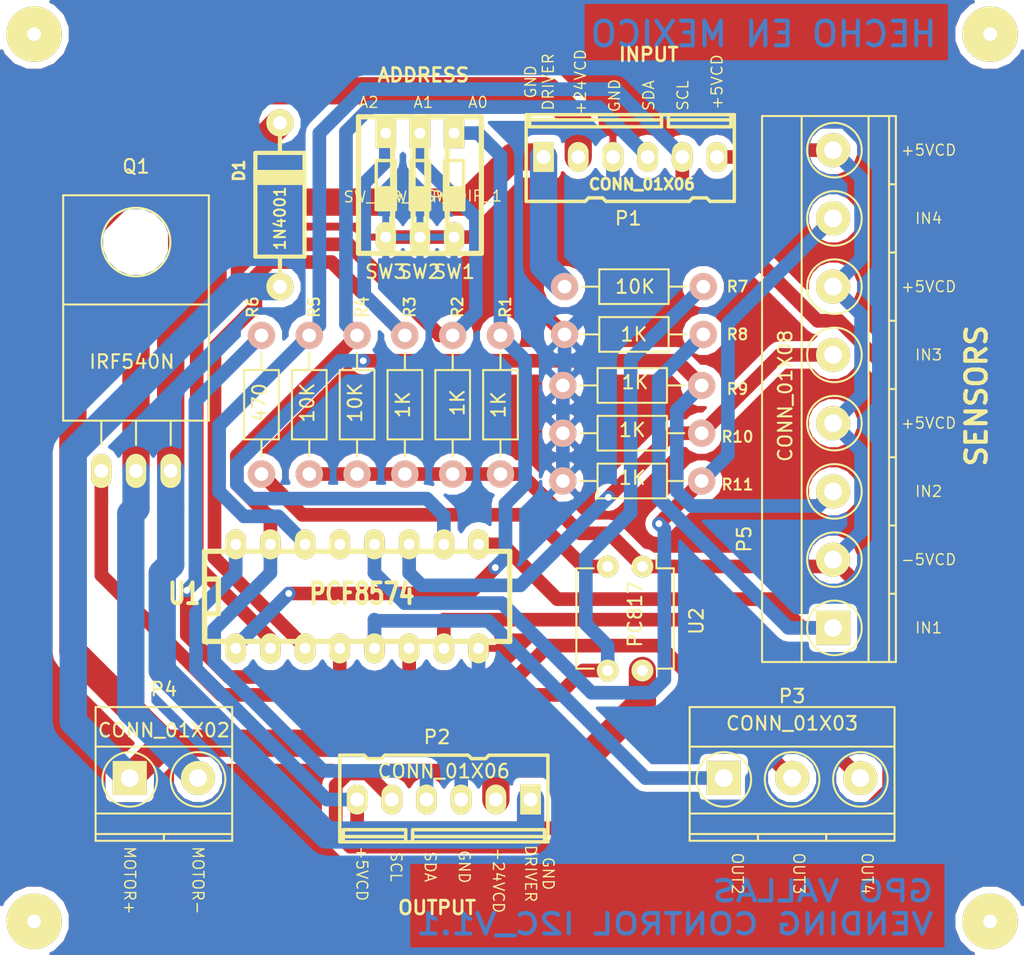
<source format=kicad_pcb>
(kicad_pcb (version 4) (host pcbnew 4.0.1-stable)

  (general
    (links 57)
    (no_connects 0)
    (area 115 48.227 190.000001 121.369)
    (thickness 1.6)
    (drawings 35)
    (tracks 270)
    (zones 0)
    (modules 27)
    (nets 21)
  )

  (page A4)
  (layers
    (0 F.Cu signal hide)
    (31 B.Cu signal)
    (32 B.Adhes user)
    (33 F.Adhes user)
    (34 B.Paste user)
    (35 F.Paste user)
    (36 B.SilkS user)
    (37 F.SilkS user)
    (38 B.Mask user)
    (39 F.Mask user)
    (40 Dwgs.User user)
    (41 Cmts.User user)
    (42 Eco1.User user)
    (43 Eco2.User user)
    (44 Edge.Cuts user)
    (45 Margin user)
    (46 B.CrtYd user)
    (47 F.CrtYd user)
    (48 B.Fab user)
    (49 F.Fab user)
  )

  (setup
    (last_trace_width 1)
    (trace_clearance 0.3)
    (zone_clearance 0.508)
    (zone_45_only no)
    (trace_min 0.2)
    (segment_width 0.2)
    (edge_width 0.15)
    (via_size 0.8)
    (via_drill 0.5)
    (via_min_size 0.4)
    (via_min_drill 0.3)
    (uvia_size 0.4)
    (uvia_drill 0.2)
    (uvias_allowed no)
    (uvia_min_size 0.2)
    (uvia_min_drill 0.1)
    (pcb_text_width 0.3)
    (pcb_text_size 1.5 1.5)
    (mod_edge_width 0.15)
    (mod_text_size 1 1)
    (mod_text_width 0.15)
    (pad_size 1.524 1.524)
    (pad_drill 0.762)
    (pad_to_mask_clearance 0.2)
    (aux_axis_origin 0 0)
    (visible_elements 7FFFFFFF)
    (pcbplotparams
      (layerselection 0x00030_80000001)
      (usegerberextensions false)
      (excludeedgelayer true)
      (linewidth 0.100000)
      (plotframeref false)
      (viasonmask false)
      (mode 1)
      (useauxorigin false)
      (hpglpennumber 1)
      (hpglpenspeed 20)
      (hpglpendiameter 15)
      (hpglpenoverlay 2)
      (psnegative false)
      (psa4output false)
      (plotreference true)
      (plotvalue true)
      (plotinvisibletext false)
      (padsonsilk false)
      (subtractmaskfromsilk false)
      (outputformat 1)
      (mirror false)
      (drillshape 0)
      (scaleselection 1)
      (outputdirectory ""))
  )

  (net 0 "")
  (net 1 MOTOR-)
  (net 2 +24VCD)
  (net 3 SDA)
  (net 4 GND)
  (net 5 +5V)
  (net 6 SCL)
  (net 7 GND_DRIVER)
  (net 8 "Net-(Q1-Pad1)")
  (net 9 "Net-(R1-Pad2)")
  (net 10 "Net-(R2-Pad2)")
  (net 11 "Net-(R3-Pad2)")
  (net 12 "Net-(R6-Pad1)")
  (net 13 "Net-(R6-Pad2)")
  (net 14 OUT4)
  (net 15 OUT2)
  (net 16 OUT3)
  (net 17 IN4)
  (net 18 IN3)
  (net 19 IN2)
  (net 20 IN1)

  (net_class Default "Este es el tipo de red por defecto."
    (clearance 0.3)
    (trace_width 1)
    (via_dia 0.8)
    (via_drill 0.5)
    (uvia_dia 0.4)
    (uvia_drill 0.2)
    (add_net +5V)
    (add_net GND)
    (add_net IN1)
    (add_net IN2)
    (add_net IN3)
    (add_net IN4)
    (add_net "Net-(Q1-Pad1)")
    (add_net "Net-(R1-Pad2)")
    (add_net "Net-(R2-Pad2)")
    (add_net "Net-(R3-Pad2)")
    (add_net "Net-(R6-Pad1)")
    (add_net "Net-(R6-Pad2)")
    (add_net OUT2)
    (add_net OUT3)
    (add_net OUT4)
    (add_net SCL)
    (add_net SDA)
  )

  (net_class MOTOR ""
    (clearance 0.3)
    (trace_width 2)
    (via_dia 0.8)
    (via_drill 0.5)
    (uvia_dia 0.4)
    (uvia_drill 0.2)
    (add_net +24VCD)
    (add_net GND_DRIVER)
    (add_net MOTOR-)
  )

  (module w_pth_diodes:diode_do15 (layer F.Cu) (tedit 57CDE6EA) (tstamp 57CD9342)
    (at 135.5 65 90)
    (descr "Diode, DO-15 package")
    (path /57BF354F)
    (fp_text reference D1 (at 2.5 -3 90) (layer F.SilkS)
      (effects (font (size 0.8 0.8) (thickness 0.2)))
    )
    (fp_text value 1N4001 (at -1 0 90) (layer F.SilkS)
      (effects (font (size 0.8 0.8) (thickness 0.15)))
    )
    (fp_line (start 2.4 1.8) (end 2.4 -1.8) (layer F.SilkS) (width 0.3048))
    (fp_line (start 2.2 -1.8) (end 2.2 1.8) (layer F.SilkS) (width 0.3048))
    (fp_line (start 2 1.8) (end 2 -1.8) (layer F.SilkS) (width 0.3048))
    (fp_line (start 1.8 1.8) (end 1.8 -1.8) (layer F.SilkS) (width 0.3048))
    (fp_line (start 1.6 -1.8) (end 1.6 1.8) (layer F.SilkS) (width 0.3048))
    (fp_line (start -3.8 -1.8) (end 3.8 -1.8) (layer F.SilkS) (width 0.3048))
    (fp_line (start 3.8 -1.8) (end 3.8 1.8) (layer F.SilkS) (width 0.3048))
    (fp_line (start 3.8 1.8) (end -3.8 1.8) (layer F.SilkS) (width 0.3048))
    (fp_line (start -3.8 1.8) (end -3.8 -1.8) (layer F.SilkS) (width 0.3048))
    (fp_line (start 6 0) (end 3.8 0) (layer F.SilkS) (width 0.3048))
    (fp_line (start -6 0) (end -3.8 0) (layer F.SilkS) (width 0.3048))
    (pad 1 thru_hole circle (at -6 0 90) (size 2 2) (drill 1) (layers *.Cu *.Mask F.SilkS)
      (net 2 +24VCD))
    (pad 2 thru_hole circle (at 6 0 90) (size 2 2) (drill 1) (layers *.Cu *.Mask F.SilkS)
      (net 1 MOTOR-))
    (model walter/pth_diodes/diode_do15.wrl
      (at (xyz 0 0 0))
      (scale (xyz 1 1 1))
      (rotate (xyz 0 0 0))
    )
  )

  (module w_conn_kk100:kk100_22-23-2061 (layer F.Cu) (tedit 57CDE7A8) (tstamp 57CD9354)
    (at 161.15 61.5762)
    (descr "6 pin vert. connector, Molex KK100 series")
    (path /57BDFD34)
    (fp_text reference P1 (at -0.15 4.4238) (layer F.SilkS)
      (effects (font (size 1 1) (thickness 0.15)))
    )
    (fp_text value CONN_01X06 (at 0.85 1.9238) (layer F.SilkS)
      (effects (font (size 0.8 0.8) (thickness 0.2)))
    )
    (fp_line (start 2.794 -2.286) (end 7.366 -2.286) (layer F.SilkS) (width 0.254))
    (fp_line (start 2.794 -2.794) (end 7.366 -2.794) (layer F.SilkS) (width 0.254))
    (fp_line (start 2.286 -2.794) (end -7.366 -2.794) (layer F.SilkS) (width 0.254))
    (fp_line (start 2.286 -2.286) (end -7.366 -2.286) (layer F.SilkS) (width 0.254))
    (fp_line (start -7.366 -2.286) (end -7.366 -3.175) (layer F.SilkS) (width 0.254))
    (fp_line (start 7.366 -2.286) (end 7.366 -3.175) (layer F.SilkS) (width 0.254))
    (fp_line (start 2.794 -2.286) (end 2.794 -3.175) (layer F.SilkS) (width 0.254))
    (fp_line (start 2.286 -2.286) (end 2.286 -3.175) (layer F.SilkS) (width 0.254))
    (fp_line (start -7.62 -3.175) (end 7.62 -3.175) (layer F.SilkS) (width 0.254))
    (fp_line (start -1.778 3.175) (end 4.318 3.175) (layer F.SilkS) (width 0.254))
    (fp_line (start -3.302 3.175) (end -7.62 3.175) (layer F.SilkS) (width 0.254))
    (fp_line (start 4.572 2.921) (end 5.588 2.921) (layer F.SilkS) (width 0.254))
    (fp_line (start 4.572 2.921) (end 4.318 3.175) (layer F.SilkS) (width 0.254))
    (fp_line (start 5.588 2.921) (end 5.842 3.175) (layer F.SilkS) (width 0.254))
    (fp_line (start 5.842 3.175) (end 7.62 3.175) (layer F.SilkS) (width 0.254))
    (fp_line (start -2.032 2.921) (end -1.778 3.175) (layer F.SilkS) (width 0.254))
    (fp_line (start -3.048 2.921) (end -3.302 3.175) (layer F.SilkS) (width 0.254))
    (fp_line (start -3.048 2.921) (end -2.032 2.921) (layer F.SilkS) (width 0.254))
    (fp_line (start 7.62 -3.175) (end 7.62 3.175) (layer F.SilkS) (width 0.254))
    (fp_line (start -7.62 3.175) (end -7.62 -3.175) (layer F.SilkS) (width 0.254))
    (pad 4 thru_hole oval (at 1.27 -0.0762) (size 1.524 2.1971) (drill 1.016) (layers *.Cu *.Mask F.SilkS)
      (net 3 SDA))
    (pad 3 thru_hole oval (at -1.27 -0.0762) (size 1.524 2.1971) (drill 1.016) (layers *.Cu *.Mask F.SilkS)
      (net 4 GND))
    (pad 6 thru_hole oval (at 6.35 -0.0762) (size 1.524 2.1971) (drill 1.016) (layers *.Cu *.Mask F.SilkS)
      (net 5 +5V))
    (pad 5 thru_hole oval (at 3.81 -0.0762) (size 1.524 2.1971) (drill 1.016) (layers *.Cu *.Mask F.SilkS)
      (net 6 SCL))
    (pad 1 thru_hole rect (at -6.35 -0.0762) (size 1.524 2.1971) (drill 1.016) (layers *.Cu *.Mask F.SilkS)
      (net 7 GND_DRIVER))
    (pad 2 thru_hole oval (at -3.81 -0.0762) (size 1.524 2.1971) (drill 1.016) (layers *.Cu *.Mask F.SilkS)
      (net 2 +24VCD))
    (model walter/conn_kk100/22-23-2061.wrl
      (at (xyz 0 0 0))
      (scale (xyz 1 1 1))
      (rotate (xyz 0 0 0))
    )
  )

  (module w_conn_kk100:kk100_22-23-2061 (layer F.Cu) (tedit 57CDE7B5) (tstamp 57CD935E)
    (at 147.5 108.5 180)
    (descr "6 pin vert. connector, Molex KK100 series")
    (path /57BE32E9)
    (fp_text reference P2 (at 0.5 4.5 180) (layer F.SilkS)
      (effects (font (size 1 1) (thickness 0.15)))
    )
    (fp_text value CONN_01X06 (at 0 2 180) (layer F.SilkS)
      (effects (font (size 1 1) (thickness 0.15)))
    )
    (fp_line (start 2.794 -2.286) (end 7.366 -2.286) (layer F.SilkS) (width 0.254))
    (fp_line (start 2.794 -2.794) (end 7.366 -2.794) (layer F.SilkS) (width 0.254))
    (fp_line (start 2.286 -2.794) (end -7.366 -2.794) (layer F.SilkS) (width 0.254))
    (fp_line (start 2.286 -2.286) (end -7.366 -2.286) (layer F.SilkS) (width 0.254))
    (fp_line (start -7.366 -2.286) (end -7.366 -3.175) (layer F.SilkS) (width 0.254))
    (fp_line (start 7.366 -2.286) (end 7.366 -3.175) (layer F.SilkS) (width 0.254))
    (fp_line (start 2.794 -2.286) (end 2.794 -3.175) (layer F.SilkS) (width 0.254))
    (fp_line (start 2.286 -2.286) (end 2.286 -3.175) (layer F.SilkS) (width 0.254))
    (fp_line (start -7.62 -3.175) (end 7.62 -3.175) (layer F.SilkS) (width 0.254))
    (fp_line (start -1.778 3.175) (end 4.318 3.175) (layer F.SilkS) (width 0.254))
    (fp_line (start -3.302 3.175) (end -7.62 3.175) (layer F.SilkS) (width 0.254))
    (fp_line (start 4.572 2.921) (end 5.588 2.921) (layer F.SilkS) (width 0.254))
    (fp_line (start 4.572 2.921) (end 4.318 3.175) (layer F.SilkS) (width 0.254))
    (fp_line (start 5.588 2.921) (end 5.842 3.175) (layer F.SilkS) (width 0.254))
    (fp_line (start 5.842 3.175) (end 7.62 3.175) (layer F.SilkS) (width 0.254))
    (fp_line (start -2.032 2.921) (end -1.778 3.175) (layer F.SilkS) (width 0.254))
    (fp_line (start -3.048 2.921) (end -3.302 3.175) (layer F.SilkS) (width 0.254))
    (fp_line (start -3.048 2.921) (end -2.032 2.921) (layer F.SilkS) (width 0.254))
    (fp_line (start 7.62 -3.175) (end 7.62 3.175) (layer F.SilkS) (width 0.254))
    (fp_line (start -7.62 3.175) (end -7.62 -3.175) (layer F.SilkS) (width 0.254))
    (pad 4 thru_hole oval (at 1.27 -0.0762 180) (size 1.524 2.1971) (drill 1.016) (layers *.Cu *.Mask F.SilkS)
      (net 3 SDA))
    (pad 3 thru_hole oval (at -1.27 -0.0762 180) (size 1.524 2.1971) (drill 1.016) (layers *.Cu *.Mask F.SilkS)
      (net 4 GND))
    (pad 6 thru_hole oval (at 6.35 -0.0762 180) (size 1.524 2.1971) (drill 1.016) (layers *.Cu *.Mask F.SilkS)
      (net 5 +5V))
    (pad 5 thru_hole oval (at 3.81 -0.0762 180) (size 1.524 2.1971) (drill 1.016) (layers *.Cu *.Mask F.SilkS)
      (net 6 SCL))
    (pad 1 thru_hole rect (at -6.35 -0.0762 180) (size 1.524 2.1971) (drill 1.016) (layers *.Cu *.Mask F.SilkS)
      (net 7 GND_DRIVER))
    (pad 2 thru_hole oval (at -3.81 -0.0762 180) (size 1.524 2.1971) (drill 1.016) (layers *.Cu *.Mask F.SilkS)
      (net 2 +24VCD))
    (model walter/conn_kk100/22-23-2061.wrl
      (at (xyz 0 0 0))
      (scale (xyz 1 1 1))
      (rotate (xyz 0 0 0))
    )
  )

  (module Terminal_Blocks:TerminalBlock_Pheonix_MKDS1.5-3pol (layer F.Cu) (tedit 57CED97D) (tstamp 57CD9365)
    (at 168 107)
    (descr "3-way 5mm pitch terminal block, Phoenix MKDS series")
    (path /57CE4B22)
    (fp_text reference P3 (at 5 -6) (layer F.SilkS)
      (effects (font (size 1 1) (thickness 0.15)))
    )
    (fp_text value CONN_01X03 (at 5 -4) (layer F.SilkS)
      (effects (font (size 1 1) (thickness 0.15)))
    )
    (fp_line (start -2.7 4.8) (end -2.7 -5.4) (layer F.CrtYd) (width 0.05))
    (fp_line (start 12.7 4.8) (end -2.7 4.8) (layer F.CrtYd) (width 0.05))
    (fp_line (start 12.7 -5.4) (end 12.7 4.8) (layer F.CrtYd) (width 0.05))
    (fp_line (start -2.7 -5.4) (end 12.7 -5.4) (layer F.CrtYd) (width 0.05))
    (fp_circle (center 10 0.1) (end 8 0.1) (layer F.SilkS) (width 0.15))
    (fp_line (start 7.5 4.1) (end 7.5 4.6) (layer F.SilkS) (width 0.15))
    (fp_line (start 2.5 4.1) (end 2.5 4.6) (layer F.SilkS) (width 0.15))
    (fp_circle (center 5 0.1) (end 3 0.1) (layer F.SilkS) (width 0.15))
    (fp_circle (center 0 0.1) (end 2 0.1) (layer F.SilkS) (width 0.15))
    (fp_line (start -2.5 2.6) (end 12.5 2.6) (layer F.SilkS) (width 0.15))
    (fp_line (start -2.5 -2.3) (end 12.5 -2.3) (layer F.SilkS) (width 0.15))
    (fp_line (start -2.5 4.1) (end 12.5 4.1) (layer F.SilkS) (width 0.15))
    (fp_line (start -2.5 4.6) (end 12.5 4.6) (layer F.SilkS) (width 0.15))
    (fp_line (start 12.5 4.6) (end 12.5 -5.2) (layer F.SilkS) (width 0.15))
    (fp_line (start 12.5 -5.2) (end -2.5 -5.2) (layer F.SilkS) (width 0.15))
    (fp_line (start -2.5 -5.2) (end -2.5 4.6) (layer F.SilkS) (width 0.15))
    (pad 3 thru_hole circle (at 10 0) (size 2.5 2.5) (drill 1.3) (layers *.Cu *.Mask F.SilkS)
      (net 14 OUT4))
    (pad 1 thru_hole rect (at 0 0) (size 2.5 2.5) (drill 1.3) (layers *.Cu *.Mask F.SilkS)
      (net 15 OUT2))
    (pad 2 thru_hole circle (at 5 0) (size 2.5 2.5) (drill 1.3) (layers *.Cu *.Mask F.SilkS)
      (net 16 OUT3))
    (model Terminal_Blocks.3dshapes/TerminalBlock_Pheonix_MKDS1.5-3pol.wrl
      (at (xyz 0.1968 0 0))
      (scale (xyz 1 1 1))
      (rotate (xyz 0 0 0))
    )
  )

  (module Terminal_Blocks:TerminalBlock_Pheonix_MKDS1.5-2pol (layer F.Cu) (tedit 57CED982) (tstamp 57CD936B)
    (at 124.5 107)
    (descr "2-way 5mm pitch terminal block, Phoenix MKDS series")
    (path /57BFC280)
    (fp_text reference P4 (at 2.5 -6.5) (layer F.SilkS)
      (effects (font (size 1 1) (thickness 0.15)))
    )
    (fp_text value CONN_01X02 (at 2.5 -3.5) (layer F.SilkS)
      (effects (font (size 1 1) (thickness 0.15)))
    )
    (fp_line (start -2.7 -5.4) (end 7.7 -5.4) (layer F.CrtYd) (width 0.05))
    (fp_line (start -2.7 4.8) (end -2.7 -5.4) (layer F.CrtYd) (width 0.05))
    (fp_line (start 7.7 4.8) (end -2.7 4.8) (layer F.CrtYd) (width 0.05))
    (fp_line (start 7.7 -5.4) (end 7.7 4.8) (layer F.CrtYd) (width 0.05))
    (fp_line (start 2.5 4.1) (end 2.5 4.6) (layer F.SilkS) (width 0.15))
    (fp_circle (center 5 0.1) (end 3 0.1) (layer F.SilkS) (width 0.15))
    (fp_circle (center 0 0.1) (end 2 0.1) (layer F.SilkS) (width 0.15))
    (fp_line (start -2.5 2.6) (end 7.5 2.6) (layer F.SilkS) (width 0.15))
    (fp_line (start -2.5 -2.3) (end 7.5 -2.3) (layer F.SilkS) (width 0.15))
    (fp_line (start -2.5 4.1) (end 7.5 4.1) (layer F.SilkS) (width 0.15))
    (fp_line (start -2.5 4.6) (end 7.5 4.6) (layer F.SilkS) (width 0.15))
    (fp_line (start 7.5 4.6) (end 7.5 -5.2) (layer F.SilkS) (width 0.15))
    (fp_line (start 7.5 -5.2) (end -2.5 -5.2) (layer F.SilkS) (width 0.15))
    (fp_line (start -2.5 -5.2) (end -2.5 4.6) (layer F.SilkS) (width 0.15))
    (pad 1 thru_hole rect (at 0 0) (size 2.5 2.5) (drill 1.3) (layers *.Cu *.Mask F.SilkS)
      (net 2 +24VCD))
    (pad 2 thru_hole circle (at 5 0) (size 2.5 2.5) (drill 1.3) (layers *.Cu *.Mask F.SilkS)
      (net 1 MOTOR-))
    (model Terminal_Blocks.3dshapes/TerminalBlock_Pheonix_MKDS1.5-2pol.wrl
      (at (xyz 0.0984 0 0))
      (scale (xyz 1 1 1))
      (rotate (xyz 0 0 0))
    )
  )

  (module Terminal_Blocks:TerminalBlock_Pheonix_MKDS1.5-8pol (layer F.Cu) (tedit 57CED987) (tstamp 57CD9377)
    (at 176 96 90)
    (descr "8-way 5mm pitch terminal block, Phoenix MKDS series")
    (path /57CE3721)
    (fp_text reference P5 (at 6.5 -6.5 90) (layer F.SilkS)
      (effects (font (size 1 1) (thickness 0.15)))
    )
    (fp_text value CONN_01X08 (at 17 -3.5 90) (layer F.SilkS)
      (effects (font (size 1 1) (thickness 0.15)))
    )
    (fp_line (start -2.7 4.8) (end -2.7 -5.4) (layer F.CrtYd) (width 0.05))
    (fp_line (start 37.7 4.8) (end -2.7 4.8) (layer F.CrtYd) (width 0.05))
    (fp_line (start 37.7 -5.4) (end 37.7 4.8) (layer F.CrtYd) (width 0.05))
    (fp_line (start -2.7 -5.4) (end 37.7 -5.4) (layer F.CrtYd) (width 0.05))
    (fp_circle (center 35 0.1) (end 33 0.1) (layer F.SilkS) (width 0.15))
    (fp_line (start 32.5 4.1) (end 32.5 4.6) (layer F.SilkS) (width 0.15))
    (fp_line (start 27.5 4.1) (end 27.5 4.6) (layer F.SilkS) (width 0.15))
    (fp_circle (center 30 0.1) (end 28 0.1) (layer F.SilkS) (width 0.15))
    (fp_circle (center 25 0.1) (end 23 0.1) (layer F.SilkS) (width 0.15))
    (fp_line (start 22.5 4.1) (end 22.5 4.6) (layer F.SilkS) (width 0.15))
    (fp_line (start 17.5 4.1) (end 17.5 4.6) (layer F.SilkS) (width 0.15))
    (fp_circle (center 20 0.1) (end 18 0.1) (layer F.SilkS) (width 0.15))
    (fp_line (start 12.5 4.1) (end 12.5 4.6) (layer F.SilkS) (width 0.15))
    (fp_circle (center 15 0.1) (end 13 0.1) (layer F.SilkS) (width 0.15))
    (fp_circle (center 10 0.1) (end 8 0.1) (layer F.SilkS) (width 0.15))
    (fp_line (start 7.5 4.1) (end 7.5 4.6) (layer F.SilkS) (width 0.15))
    (fp_line (start 2.5 4.1) (end 2.5 4.6) (layer F.SilkS) (width 0.15))
    (fp_circle (center 5 0.1) (end 3 0.1) (layer F.SilkS) (width 0.15))
    (fp_circle (center 0 0.1) (end 2 0.1) (layer F.SilkS) (width 0.15))
    (fp_line (start -2.5 2.6) (end 37.5 2.6) (layer F.SilkS) (width 0.15))
    (fp_line (start -2.5 -2.3) (end 37.5 -2.3) (layer F.SilkS) (width 0.15))
    (fp_line (start -2.5 4.1) (end 37.5 4.1) (layer F.SilkS) (width 0.15))
    (fp_line (start -2.5 4.6) (end 37.5 4.6) (layer F.SilkS) (width 0.15))
    (fp_line (start 37.5 4.6) (end 37.5 -5.2) (layer F.SilkS) (width 0.15))
    (fp_line (start 37.5 -5.2) (end -2.5 -5.2) (layer F.SilkS) (width 0.15))
    (fp_line (start -2.5 -5.2) (end -2.5 4.6) (layer F.SilkS) (width 0.15))
    (pad 8 thru_hole circle (at 35 0 90) (size 2.5 2.5) (drill 1.3) (layers *.Cu *.Mask F.SilkS)
      (net 5 +5V))
    (pad 7 thru_hole circle (at 30 0 90) (size 2.5 2.5) (drill 1.3) (layers *.Cu *.Mask F.SilkS)
      (net 17 IN4))
    (pad 6 thru_hole circle (at 25 0 90) (size 2.5 2.5) (drill 1.3) (layers *.Cu *.Mask F.SilkS)
      (net 5 +5V))
    (pad 5 thru_hole circle (at 20 0 90) (size 2.5 2.5) (drill 1.3) (layers *.Cu *.Mask F.SilkS)
      (net 18 IN3))
    (pad 4 thru_hole circle (at 15 0 90) (size 2.5 2.5) (drill 1.3) (layers *.Cu *.Mask F.SilkS)
      (net 5 +5V))
    (pad 3 thru_hole circle (at 10 0 90) (size 2.5 2.5) (drill 1.3) (layers *.Cu *.Mask F.SilkS)
      (net 19 IN2))
    (pad 1 thru_hole rect (at 0 0 90) (size 2.5 2.5) (drill 1.3) (layers *.Cu *.Mask F.SilkS)
      (net 20 IN1))
    (pad 2 thru_hole circle (at 5 0 90) (size 2.5 2.5) (drill 1.3) (layers *.Cu *.Mask F.SilkS)
      (net 5 +5V))
    (model Terminal_Blocks.3dshapes/TerminalBlock_Pheonix_MKDS1.5-8pol.wrl
      (at (xyz 0.68897 0 0))
      (scale (xyz 1 1 1))
      (rotate (xyz 0 0 0))
    )
  )

  (module TO_SOT_Packages_THT:TO-220_Neutral123_Horizontal (layer F.Cu) (tedit 57CED968) (tstamp 57CD938B)
    (at 124.96 84.5)
    (descr "TO-220, Neutral, Horizontal,")
    (tags "TO-220, Neutral, Horizontal,")
    (path /57BF3550)
    (fp_text reference Q1 (at 0 -22.3012) (layer F.SilkS)
      (effects (font (size 1 1) (thickness 0.15)))
    )
    (fp_text value IRF540N (at -0.29972 -8) (layer F.SilkS)
      (effects (font (size 1 1) (thickness 0.15)))
    )
    (fp_circle (center 0 -16.764) (end 1.778 -14.986) (layer F.SilkS) (width 0.15))
    (fp_line (start -2.54 -3.683) (end -2.54 -1.905) (layer F.SilkS) (width 0.15))
    (fp_line (start 0 -3.683) (end 0 -1.905) (layer F.SilkS) (width 0.15))
    (fp_line (start 2.54 -3.683) (end 2.54 -1.905) (layer F.SilkS) (width 0.15))
    (fp_line (start 5.334 -12.192) (end 5.334 -20.193) (layer F.SilkS) (width 0.15))
    (fp_line (start 5.334 -20.193) (end -5.334 -20.193) (layer F.SilkS) (width 0.15))
    (fp_line (start -5.334 -20.193) (end -5.334 -12.192) (layer F.SilkS) (width 0.15))
    (fp_line (start 5.334 -3.683) (end 5.334 -12.192) (layer F.SilkS) (width 0.15))
    (fp_line (start 5.334 -12.192) (end -5.334 -12.192) (layer F.SilkS) (width 0.15))
    (fp_line (start -5.334 -12.192) (end -5.334 -3.683) (layer F.SilkS) (width 0.15))
    (fp_line (start 0 -3.683) (end -5.334 -3.683) (layer F.SilkS) (width 0.15))
    (fp_line (start 0 -3.683) (end 5.334 -3.683) (layer F.SilkS) (width 0.15))
    (pad 2 thru_hole oval (at 0 0 90) (size 2.49936 1.50114) (drill 1.00076) (layers *.Cu *.Mask F.SilkS)
      (net 1 MOTOR-))
    (pad 1 thru_hole oval (at -2.54 0 90) (size 2.49936 1.50114) (drill 1.00076) (layers *.Cu *.Mask F.SilkS)
      (net 8 "Net-(Q1-Pad1)"))
    (pad 3 thru_hole oval (at 2.54 0 90) (size 2.49936 1.50114) (drill 1.00076) (layers *.Cu *.Mask F.SilkS)
      (net 7 GND_DRIVER))
    (pad "" np_thru_hole circle (at 0 -16.764 90) (size 3.79984 3.79984) (drill 3.79984) (layers *.Cu *.Mask F.SilkS))
    (model TO_SOT_Packages_THT.3dshapes/TO-220_Neutral123_Horizontal.wrl
      (at (xyz 0 0 0))
      (scale (xyz 0.3937 0.3937 0.3937))
      (rotate (xyz 0 0 0))
    )
  )

  (module Resistors_ThroughHole:Resistor_Horizontal_RM10mm (layer F.Cu) (tedit 57CED9B9) (tstamp 57CD9391)
    (at 151.647 84.7305 90)
    (descr "Resistor, Axial,  RM 10mm, 1/3W")
    (tags "Resistor Axial RM 10mm 1/3W")
    (path /57BDDB51)
    (fp_text reference R1 (at 12.2305 0.353 90) (layer F.SilkS)
      (effects (font (size 0.8 0.8) (thickness 0.15)))
    )
    (fp_text value 1K (at 5.08 -0.147 90) (layer F.SilkS)
      (effects (font (size 1 1) (thickness 0.15)))
    )
    (fp_line (start -1.25 -1.5) (end 11.4 -1.5) (layer F.CrtYd) (width 0.05))
    (fp_line (start -1.25 1.5) (end -1.25 -1.5) (layer F.CrtYd) (width 0.05))
    (fp_line (start 11.4 -1.5) (end 11.4 1.5) (layer F.CrtYd) (width 0.05))
    (fp_line (start -1.25 1.5) (end 11.4 1.5) (layer F.CrtYd) (width 0.05))
    (fp_line (start 2.54 -1.27) (end 7.62 -1.27) (layer F.SilkS) (width 0.15))
    (fp_line (start 7.62 -1.27) (end 7.62 1.27) (layer F.SilkS) (width 0.15))
    (fp_line (start 7.62 1.27) (end 2.54 1.27) (layer F.SilkS) (width 0.15))
    (fp_line (start 2.54 1.27) (end 2.54 -1.27) (layer F.SilkS) (width 0.15))
    (fp_line (start 2.54 0) (end 1.27 0) (layer F.SilkS) (width 0.15))
    (fp_line (start 7.62 0) (end 8.89 0) (layer F.SilkS) (width 0.15))
    (pad 1 thru_hole circle (at 0 0 90) (size 1.99898 1.99898) (drill 1.00076) (layers *.Cu *.SilkS *.Mask)
      (net 5 +5V))
    (pad 2 thru_hole circle (at 10.16 0 90) (size 1.99898 1.99898) (drill 1.00076) (layers *.Cu *.SilkS *.Mask)
      (net 9 "Net-(R1-Pad2)"))
    (model Resistors_ThroughHole.3dshapes/Resistor_Horizontal_RM10mm.wrl
      (at (xyz 0.2 0 0))
      (scale (xyz 0.4 0.4 0.4))
      (rotate (xyz 0 0 0))
    )
  )

  (module Resistors_ThroughHole:Resistor_Horizontal_RM10mm (layer F.Cu) (tedit 57CED9AF) (tstamp 57CD9397)
    (at 148.147 84.7305 90)
    (descr "Resistor, Axial,  RM 10mm, 1/3W")
    (tags "Resistor Axial RM 10mm 1/3W")
    (path /57BDDB7C)
    (fp_text reference R2 (at 12.2305 0.353 90) (layer F.SilkS)
      (effects (font (size 0.8 0.8) (thickness 0.15)))
    )
    (fp_text value 1K (at 5.2305 0.353 90) (layer F.SilkS)
      (effects (font (size 1 1) (thickness 0.15)))
    )
    (fp_line (start -1.25 -1.5) (end 11.4 -1.5) (layer F.CrtYd) (width 0.05))
    (fp_line (start -1.25 1.5) (end -1.25 -1.5) (layer F.CrtYd) (width 0.05))
    (fp_line (start 11.4 -1.5) (end 11.4 1.5) (layer F.CrtYd) (width 0.05))
    (fp_line (start -1.25 1.5) (end 11.4 1.5) (layer F.CrtYd) (width 0.05))
    (fp_line (start 2.54 -1.27) (end 7.62 -1.27) (layer F.SilkS) (width 0.15))
    (fp_line (start 7.62 -1.27) (end 7.62 1.27) (layer F.SilkS) (width 0.15))
    (fp_line (start 7.62 1.27) (end 2.54 1.27) (layer F.SilkS) (width 0.15))
    (fp_line (start 2.54 1.27) (end 2.54 -1.27) (layer F.SilkS) (width 0.15))
    (fp_line (start 2.54 0) (end 1.27 0) (layer F.SilkS) (width 0.15))
    (fp_line (start 7.62 0) (end 8.89 0) (layer F.SilkS) (width 0.15))
    (pad 1 thru_hole circle (at 0 0 90) (size 1.99898 1.99898) (drill 1.00076) (layers *.Cu *.SilkS *.Mask)
      (net 5 +5V))
    (pad 2 thru_hole circle (at 10.16 0 90) (size 1.99898 1.99898) (drill 1.00076) (layers *.Cu *.SilkS *.Mask)
      (net 10 "Net-(R2-Pad2)"))
    (model Resistors_ThroughHole.3dshapes/Resistor_Horizontal_RM10mm.wrl
      (at (xyz 0.2 0 0))
      (scale (xyz 0.4 0.4 0.4))
      (rotate (xyz 0 0 0))
    )
  )

  (module Resistors_ThroughHole:Resistor_Horizontal_RM10mm (layer F.Cu) (tedit 57CED9AC) (tstamp 57CD939D)
    (at 144.647 84.7305 90)
    (descr "Resistor, Axial,  RM 10mm, 1/3W")
    (tags "Resistor Axial RM 10mm 1/3W")
    (path /57BDDBE9)
    (fp_text reference R3 (at 12.2305 0.353 90) (layer F.SilkS)
      (effects (font (size 0.8 0.8) (thickness 0.15)))
    )
    (fp_text value 1K (at 5.08 -0.147 90) (layer F.SilkS)
      (effects (font (size 1 1) (thickness 0.15)))
    )
    (fp_line (start -1.25 -1.5) (end 11.4 -1.5) (layer F.CrtYd) (width 0.05))
    (fp_line (start -1.25 1.5) (end -1.25 -1.5) (layer F.CrtYd) (width 0.05))
    (fp_line (start 11.4 -1.5) (end 11.4 1.5) (layer F.CrtYd) (width 0.05))
    (fp_line (start -1.25 1.5) (end 11.4 1.5) (layer F.CrtYd) (width 0.05))
    (fp_line (start 2.54 -1.27) (end 7.62 -1.27) (layer F.SilkS) (width 0.15))
    (fp_line (start 7.62 -1.27) (end 7.62 1.27) (layer F.SilkS) (width 0.15))
    (fp_line (start 7.62 1.27) (end 2.54 1.27) (layer F.SilkS) (width 0.15))
    (fp_line (start 2.54 1.27) (end 2.54 -1.27) (layer F.SilkS) (width 0.15))
    (fp_line (start 2.54 0) (end 1.27 0) (layer F.SilkS) (width 0.15))
    (fp_line (start 7.62 0) (end 8.89 0) (layer F.SilkS) (width 0.15))
    (pad 1 thru_hole circle (at 0 0 90) (size 1.99898 1.99898) (drill 1.00076) (layers *.Cu *.SilkS *.Mask)
      (net 5 +5V))
    (pad 2 thru_hole circle (at 10.16 0 90) (size 1.99898 1.99898) (drill 1.00076) (layers *.Cu *.SilkS *.Mask)
      (net 11 "Net-(R3-Pad2)"))
    (model Resistors_ThroughHole.3dshapes/Resistor_Horizontal_RM10mm.wrl
      (at (xyz 0.2 0 0))
      (scale (xyz 0.4 0.4 0.4))
      (rotate (xyz 0 0 0))
    )
  )

  (module Resistors_ThroughHole:Resistor_Horizontal_RM10mm (layer F.Cu) (tedit 57CED9A8) (tstamp 57CD93A3)
    (at 141.147 84.7305 90)
    (descr "Resistor, Axial,  RM 10mm, 1/3W")
    (tags "Resistor Axial RM 10mm 1/3W")
    (path /57BDD774)
    (fp_text reference R4 (at 12.2305 0.353 90) (layer F.SilkS)
      (effects (font (size 1 0.8) (thickness 0.15)))
    )
    (fp_text value 10K (at 5.2305 -0.147 90) (layer F.SilkS)
      (effects (font (size 1 1) (thickness 0.15)))
    )
    (fp_line (start -1.25 -1.5) (end 11.4 -1.5) (layer F.CrtYd) (width 0.05))
    (fp_line (start -1.25 1.5) (end -1.25 -1.5) (layer F.CrtYd) (width 0.05))
    (fp_line (start 11.4 -1.5) (end 11.4 1.5) (layer F.CrtYd) (width 0.05))
    (fp_line (start -1.25 1.5) (end 11.4 1.5) (layer F.CrtYd) (width 0.05))
    (fp_line (start 2.54 -1.27) (end 7.62 -1.27) (layer F.SilkS) (width 0.15))
    (fp_line (start 7.62 -1.27) (end 7.62 1.27) (layer F.SilkS) (width 0.15))
    (fp_line (start 7.62 1.27) (end 2.54 1.27) (layer F.SilkS) (width 0.15))
    (fp_line (start 2.54 1.27) (end 2.54 -1.27) (layer F.SilkS) (width 0.15))
    (fp_line (start 2.54 0) (end 1.27 0) (layer F.SilkS) (width 0.15))
    (fp_line (start 7.62 0) (end 8.89 0) (layer F.SilkS) (width 0.15))
    (pad 1 thru_hole circle (at 0 0 90) (size 1.99898 1.99898) (drill 1.00076) (layers *.Cu *.SilkS *.Mask)
      (net 5 +5V))
    (pad 2 thru_hole circle (at 10.16 0 90) (size 1.99898 1.99898) (drill 1.00076) (layers *.Cu *.SilkS *.Mask)
      (net 3 SDA))
    (model Resistors_ThroughHole.3dshapes/Resistor_Horizontal_RM10mm.wrl
      (at (xyz 0.2 0 0))
      (scale (xyz 0.4 0.4 0.4))
      (rotate (xyz 0 0 0))
    )
  )

  (module Resistors_ThroughHole:Resistor_Horizontal_RM10mm (layer F.Cu) (tedit 57CED9A4) (tstamp 57CD93A9)
    (at 137.647 84.7305 90)
    (descr "Resistor, Axial,  RM 10mm, 1/3W")
    (tags "Resistor Axial RM 10mm 1/3W")
    (path /57BDD849)
    (fp_text reference R5 (at 12.2305 0.353 90) (layer F.SilkS)
      (effects (font (size 0.8 0.8) (thickness 0.15)))
    )
    (fp_text value 10K (at 5.2305 -0.147 90) (layer F.SilkS)
      (effects (font (size 1 1) (thickness 0.15)))
    )
    (fp_line (start -1.25 -1.5) (end 11.4 -1.5) (layer F.CrtYd) (width 0.05))
    (fp_line (start -1.25 1.5) (end -1.25 -1.5) (layer F.CrtYd) (width 0.05))
    (fp_line (start 11.4 -1.5) (end 11.4 1.5) (layer F.CrtYd) (width 0.05))
    (fp_line (start -1.25 1.5) (end 11.4 1.5) (layer F.CrtYd) (width 0.05))
    (fp_line (start 2.54 -1.27) (end 7.62 -1.27) (layer F.SilkS) (width 0.15))
    (fp_line (start 7.62 -1.27) (end 7.62 1.27) (layer F.SilkS) (width 0.15))
    (fp_line (start 7.62 1.27) (end 2.54 1.27) (layer F.SilkS) (width 0.15))
    (fp_line (start 2.54 1.27) (end 2.54 -1.27) (layer F.SilkS) (width 0.15))
    (fp_line (start 2.54 0) (end 1.27 0) (layer F.SilkS) (width 0.15))
    (fp_line (start 7.62 0) (end 8.89 0) (layer F.SilkS) (width 0.15))
    (pad 1 thru_hole circle (at 0 0 90) (size 1.99898 1.99898) (drill 1.00076) (layers *.Cu *.SilkS *.Mask)
      (net 5 +5V))
    (pad 2 thru_hole circle (at 10.16 0 90) (size 1.99898 1.99898) (drill 1.00076) (layers *.Cu *.SilkS *.Mask)
      (net 6 SCL))
    (model Resistors_ThroughHole.3dshapes/Resistor_Horizontal_RM10mm.wrl
      (at (xyz 0.2 0 0))
      (scale (xyz 0.4 0.4 0.4))
      (rotate (xyz 0 0 0))
    )
  )

  (module Resistors_ThroughHole:Resistor_Horizontal_RM10mm (layer F.Cu) (tedit 57CED9A0) (tstamp 57CD93AF)
    (at 134.147 84.7305 90)
    (descr "Resistor, Axial,  RM 10mm, 1/3W")
    (tags "Resistor Axial RM 10mm 1/3W")
    (path /57BF354E)
    (fp_text reference R6 (at 12.2305 -0.647 90) (layer F.SilkS)
      (effects (font (size 0.8 0.8) (thickness 0.15)))
    )
    (fp_text value 470 (at 5.2305 -0.147 90) (layer F.SilkS)
      (effects (font (size 1 1) (thickness 0.15)))
    )
    (fp_line (start -1.25 -1.5) (end 11.4 -1.5) (layer F.CrtYd) (width 0.05))
    (fp_line (start -1.25 1.5) (end -1.25 -1.5) (layer F.CrtYd) (width 0.05))
    (fp_line (start 11.4 -1.5) (end 11.4 1.5) (layer F.CrtYd) (width 0.05))
    (fp_line (start -1.25 1.5) (end 11.4 1.5) (layer F.CrtYd) (width 0.05))
    (fp_line (start 2.54 -1.27) (end 7.62 -1.27) (layer F.SilkS) (width 0.15))
    (fp_line (start 7.62 -1.27) (end 7.62 1.27) (layer F.SilkS) (width 0.15))
    (fp_line (start 7.62 1.27) (end 2.54 1.27) (layer F.SilkS) (width 0.15))
    (fp_line (start 2.54 1.27) (end 2.54 -1.27) (layer F.SilkS) (width 0.15))
    (fp_line (start 2.54 0) (end 1.27 0) (layer F.SilkS) (width 0.15))
    (fp_line (start 7.62 0) (end 8.89 0) (layer F.SilkS) (width 0.15))
    (pad 1 thru_hole circle (at 0 0 90) (size 1.99898 1.99898) (drill 1.00076) (layers *.Cu *.SilkS *.Mask)
      (net 12 "Net-(R6-Pad1)"))
    (pad 2 thru_hole circle (at 10.16 0 90) (size 1.99898 1.99898) (drill 1.00076) (layers *.Cu *.SilkS *.Mask)
      (net 13 "Net-(R6-Pad2)"))
    (model Resistors_ThroughHole.3dshapes/Resistor_Horizontal_RM10mm.wrl
      (at (xyz 0.2 0 0))
      (scale (xyz 0.4 0.4 0.4))
      (rotate (xyz 0 0 0))
    )
  )

  (module Resistors_ThroughHole:Resistor_Horizontal_RM10mm (layer F.Cu) (tedit 57CED98C) (tstamp 57CD93B5)
    (at 166.5 71 180)
    (descr "Resistor, Axial,  RM 10mm, 1/3W")
    (tags "Resistor Axial RM 10mm 1/3W")
    (path /57BF3553)
    (fp_text reference R7 (at -2.5 0 180) (layer F.SilkS)
      (effects (font (size 0.8 0.8) (thickness 0.15)))
    )
    (fp_text value 10K (at 5 0 180) (layer F.SilkS)
      (effects (font (size 1 1) (thickness 0.15)))
    )
    (fp_line (start -1.25 -1.5) (end 11.4 -1.5) (layer F.CrtYd) (width 0.05))
    (fp_line (start -1.25 1.5) (end -1.25 -1.5) (layer F.CrtYd) (width 0.05))
    (fp_line (start 11.4 -1.5) (end 11.4 1.5) (layer F.CrtYd) (width 0.05))
    (fp_line (start -1.25 1.5) (end 11.4 1.5) (layer F.CrtYd) (width 0.05))
    (fp_line (start 2.54 -1.27) (end 7.62 -1.27) (layer F.SilkS) (width 0.15))
    (fp_line (start 7.62 -1.27) (end 7.62 1.27) (layer F.SilkS) (width 0.15))
    (fp_line (start 7.62 1.27) (end 2.54 1.27) (layer F.SilkS) (width 0.15))
    (fp_line (start 2.54 1.27) (end 2.54 -1.27) (layer F.SilkS) (width 0.15))
    (fp_line (start 2.54 0) (end 1.27 0) (layer F.SilkS) (width 0.15))
    (fp_line (start 7.62 0) (end 8.89 0) (layer F.SilkS) (width 0.15))
    (pad 1 thru_hole circle (at 0 0 180) (size 1.99898 1.99898) (drill 1.00076) (layers *.Cu *.SilkS *.Mask)
      (net 8 "Net-(Q1-Pad1)"))
    (pad 2 thru_hole circle (at 10.16 0 180) (size 1.99898 1.99898) (drill 1.00076) (layers *.Cu *.SilkS *.Mask)
      (net 7 GND_DRIVER))
    (model Resistors_ThroughHole.3dshapes/Resistor_Horizontal_RM10mm.wrl
      (at (xyz 0.2 0 0))
      (scale (xyz 0.4 0.4 0.4))
      (rotate (xyz 0 0 0))
    )
  )

  (module Resistors_ThroughHole:Resistor_Horizontal_RM10mm (layer F.Cu) (tedit 57CED990) (tstamp 57CD93BB)
    (at 166.5 74.5 180)
    (descr "Resistor, Axial,  RM 10mm, 1/3W")
    (tags "Resistor Axial RM 10mm 1/3W")
    (path /57CE5EE6)
    (fp_text reference R8 (at -2.5 0 180) (layer F.SilkS)
      (effects (font (size 0.8 0.8) (thickness 0.15)))
    )
    (fp_text value 1K (at 5.08 0 180) (layer F.SilkS)
      (effects (font (size 1 1) (thickness 0.15)))
    )
    (fp_line (start -1.25 -1.5) (end 11.4 -1.5) (layer F.CrtYd) (width 0.05))
    (fp_line (start -1.25 1.5) (end -1.25 -1.5) (layer F.CrtYd) (width 0.05))
    (fp_line (start 11.4 -1.5) (end 11.4 1.5) (layer F.CrtYd) (width 0.05))
    (fp_line (start -1.25 1.5) (end 11.4 1.5) (layer F.CrtYd) (width 0.05))
    (fp_line (start 2.54 -1.27) (end 7.62 -1.27) (layer F.SilkS) (width 0.15))
    (fp_line (start 7.62 -1.27) (end 7.62 1.27) (layer F.SilkS) (width 0.15))
    (fp_line (start 7.62 1.27) (end 2.54 1.27) (layer F.SilkS) (width 0.15))
    (fp_line (start 2.54 1.27) (end 2.54 -1.27) (layer F.SilkS) (width 0.15))
    (fp_line (start 2.54 0) (end 1.27 0) (layer F.SilkS) (width 0.15))
    (fp_line (start 7.62 0) (end 8.89 0) (layer F.SilkS) (width 0.15))
    (pad 1 thru_hole circle (at 0 0 180) (size 1.99898 1.99898) (drill 1.00076) (layers *.Cu *.SilkS *.Mask)
      (net 20 IN1))
    (pad 2 thru_hole circle (at 10.16 0 180) (size 1.99898 1.99898) (drill 1.00076) (layers *.Cu *.SilkS *.Mask)
      (net 4 GND))
    (model Resistors_ThroughHole.3dshapes/Resistor_Horizontal_RM10mm.wrl
      (at (xyz 0.2 0 0))
      (scale (xyz 0.4 0.4 0.4))
      (rotate (xyz 0 0 0))
    )
  )

  (module Resistors_ThroughHole:Resistor_Horizontal_RM10mm (layer F.Cu) (tedit 57CED994) (tstamp 57CD93C1)
    (at 166.376 78.2376 180)
    (descr "Resistor, Axial,  RM 10mm, 1/3W")
    (tags "Resistor Axial RM 10mm 1/3W")
    (path /57CE5F57)
    (fp_text reference R9 (at -2.624 -0.2624 180) (layer F.SilkS)
      (effects (font (size 0.8 0.8) (thickness 0.15)))
    )
    (fp_text value 1K (at 4.876 0.2376 180) (layer F.SilkS)
      (effects (font (size 1 1) (thickness 0.15)))
    )
    (fp_line (start -1.25 -1.5) (end 11.4 -1.5) (layer F.CrtYd) (width 0.05))
    (fp_line (start -1.25 1.5) (end -1.25 -1.5) (layer F.CrtYd) (width 0.05))
    (fp_line (start 11.4 -1.5) (end 11.4 1.5) (layer F.CrtYd) (width 0.05))
    (fp_line (start -1.25 1.5) (end 11.4 1.5) (layer F.CrtYd) (width 0.05))
    (fp_line (start 2.54 -1.27) (end 7.62 -1.27) (layer F.SilkS) (width 0.15))
    (fp_line (start 7.62 -1.27) (end 7.62 1.27) (layer F.SilkS) (width 0.15))
    (fp_line (start 7.62 1.27) (end 2.54 1.27) (layer F.SilkS) (width 0.15))
    (fp_line (start 2.54 1.27) (end 2.54 -1.27) (layer F.SilkS) (width 0.15))
    (fp_line (start 2.54 0) (end 1.27 0) (layer F.SilkS) (width 0.15))
    (fp_line (start 7.62 0) (end 8.89 0) (layer F.SilkS) (width 0.15))
    (pad 1 thru_hole circle (at 0 0 180) (size 1.99898 1.99898) (drill 1.00076) (layers *.Cu *.SilkS *.Mask)
      (net 19 IN2))
    (pad 2 thru_hole circle (at 10.16 0 180) (size 1.99898 1.99898) (drill 1.00076) (layers *.Cu *.SilkS *.Mask)
      (net 4 GND))
    (model Resistors_ThroughHole.3dshapes/Resistor_Horizontal_RM10mm.wrl
      (at (xyz 0.2 0 0))
      (scale (xyz 0.4 0.4 0.4))
      (rotate (xyz 0 0 0))
    )
  )

  (module Resistors_ThroughHole:Resistor_Horizontal_RM10mm (layer F.Cu) (tedit 57CED997) (tstamp 57CD93C7)
    (at 166.376 81.7376 180)
    (descr "Resistor, Axial,  RM 10mm, 1/3W")
    (tags "Resistor Axial RM 10mm 1/3W")
    (path /57CE5FD4)
    (fp_text reference R10 (at -2.624 -0.2624 180) (layer F.SilkS)
      (effects (font (size 0.8 0.8) (thickness 0.15)))
    )
    (fp_text value 1K (at 5.08 0.2376 180) (layer F.SilkS)
      (effects (font (size 1 1) (thickness 0.15)))
    )
    (fp_line (start -1.25 -1.5) (end 11.4 -1.5) (layer F.CrtYd) (width 0.05))
    (fp_line (start -1.25 1.5) (end -1.25 -1.5) (layer F.CrtYd) (width 0.05))
    (fp_line (start 11.4 -1.5) (end 11.4 1.5) (layer F.CrtYd) (width 0.05))
    (fp_line (start -1.25 1.5) (end 11.4 1.5) (layer F.CrtYd) (width 0.05))
    (fp_line (start 2.54 -1.27) (end 7.62 -1.27) (layer F.SilkS) (width 0.15))
    (fp_line (start 7.62 -1.27) (end 7.62 1.27) (layer F.SilkS) (width 0.15))
    (fp_line (start 7.62 1.27) (end 2.54 1.27) (layer F.SilkS) (width 0.15))
    (fp_line (start 2.54 1.27) (end 2.54 -1.27) (layer F.SilkS) (width 0.15))
    (fp_line (start 2.54 0) (end 1.27 0) (layer F.SilkS) (width 0.15))
    (fp_line (start 7.62 0) (end 8.89 0) (layer F.SilkS) (width 0.15))
    (pad 1 thru_hole circle (at 0 0 180) (size 1.99898 1.99898) (drill 1.00076) (layers *.Cu *.SilkS *.Mask)
      (net 18 IN3))
    (pad 2 thru_hole circle (at 10.16 0 180) (size 1.99898 1.99898) (drill 1.00076) (layers *.Cu *.SilkS *.Mask)
      (net 4 GND))
    (model Resistors_ThroughHole.3dshapes/Resistor_Horizontal_RM10mm.wrl
      (at (xyz 0.2 0 0))
      (scale (xyz 0.4 0.4 0.4))
      (rotate (xyz 0 0 0))
    )
  )

  (module Resistors_ThroughHole:Resistor_Horizontal_RM10mm (layer F.Cu) (tedit 57CED99A) (tstamp 57CD93CD)
    (at 166.376 85.238 180)
    (descr "Resistor, Axial,  RM 10mm, 1/3W")
    (tags "Resistor Axial RM 10mm 1/3W")
    (path /57CE6059)
    (fp_text reference R11 (at -2.624 -0.262 180) (layer F.SilkS)
      (effects (font (size 0.8 0.8) (thickness 0.15)))
    )
    (fp_text value 1K (at 5.08 0.238 180) (layer F.SilkS)
      (effects (font (size 1 1) (thickness 0.15)))
    )
    (fp_line (start -1.25 -1.5) (end 11.4 -1.5) (layer F.CrtYd) (width 0.05))
    (fp_line (start -1.25 1.5) (end -1.25 -1.5) (layer F.CrtYd) (width 0.05))
    (fp_line (start 11.4 -1.5) (end 11.4 1.5) (layer F.CrtYd) (width 0.05))
    (fp_line (start -1.25 1.5) (end 11.4 1.5) (layer F.CrtYd) (width 0.05))
    (fp_line (start 2.54 -1.27) (end 7.62 -1.27) (layer F.SilkS) (width 0.15))
    (fp_line (start 7.62 -1.27) (end 7.62 1.27) (layer F.SilkS) (width 0.15))
    (fp_line (start 7.62 1.27) (end 2.54 1.27) (layer F.SilkS) (width 0.15))
    (fp_line (start 2.54 1.27) (end 2.54 -1.27) (layer F.SilkS) (width 0.15))
    (fp_line (start 2.54 0) (end 1.27 0) (layer F.SilkS) (width 0.15))
    (fp_line (start 7.62 0) (end 8.89 0) (layer F.SilkS) (width 0.15))
    (pad 1 thru_hole circle (at 0 0 180) (size 1.99898 1.99898) (drill 1.00076) (layers *.Cu *.SilkS *.Mask)
      (net 17 IN4))
    (pad 2 thru_hole circle (at 10.16 0 180) (size 1.99898 1.99898) (drill 1.00076) (layers *.Cu *.SilkS *.Mask)
      (net 4 GND))
    (model Resistors_ThroughHole.3dshapes/Resistor_Horizontal_RM10mm.wrl
      (at (xyz 0.2 0 0))
      (scale (xyz 0.4 0.4 0.4))
      (rotate (xyz 0 0 0))
    )
  )

  (module w_switch:dip_1-300 (layer F.Cu) (tedit 57CDE7CD) (tstamp 57CD93D3)
    (at 148.25 63.56 180)
    (descr "Dip switch, DIL2 x 0,3\"")
    (tags DIP)
    (path /57BF09B3)
    (fp_text reference SW1 (at 0 -6.35 180) (layer F.SilkS)
      (effects (font (size 1 1) (thickness 0.15)))
    )
    (fp_text value SW_DIP_1 (at -0.70104 -0.8001 180) (layer F.SilkS)
      (effects (font (size 0.8 0.8) (thickness 0.1)))
    )
    (fp_line (start -0.70104 -1.00076) (end 0.70104 -1.00076) (layer F.SilkS) (width 0.254))
    (fp_line (start -0.70104 -1.20142) (end 0.70104 -1.20142) (layer F.SilkS) (width 0.254))
    (fp_line (start -0.70104 -1.6002) (end 0.70104 -1.6002) (layer F.SilkS) (width 0.254))
    (fp_line (start -0.70104 -1.39954) (end 0.70104 -1.39954) (layer F.SilkS) (width 0.254))
    (fp_line (start -0.70104 -0.59944) (end 0.70104 -0.59944) (layer F.SilkS) (width 0.254))
    (fp_line (start -0.70104 -0.8001) (end 0.70104 -0.8001) (layer F.SilkS) (width 0.254))
    (fp_line (start -0.70104 -0.40132) (end 0.70104 -0.40132) (layer F.SilkS) (width 0.254))
    (fp_line (start -0.70104 -0.20066) (end 0.70104 -0.20066) (layer F.SilkS) (width 0.254))
    (fp_line (start -0.70104 -1.80086) (end -0.70104 1.80086) (layer F.SilkS) (width 0.254))
    (fp_line (start -0.70104 1.80086) (end 0.70104 1.80086) (layer F.SilkS) (width 0.254))
    (fp_line (start 0.70104 1.80086) (end 0.70104 -1.80086) (layer F.SilkS) (width 0.254))
    (fp_line (start 0.70104 -1.80086) (end -0.70104 -1.80086) (layer F.SilkS) (width 0.254))
    (fp_line (start -1.99898 -5.00126) (end 1.99898 -5.00126) (layer F.SilkS) (width 0.381))
    (fp_line (start 1.99898 -5.00126) (end 1.99898 5.00126) (layer F.SilkS) (width 0.381))
    (fp_line (start 1.99898 5.00126) (end -1.99898 5.00126) (layer F.SilkS) (width 0.381))
    (fp_line (start -1.99898 5.00126) (end -1.99898 -5.00126) (layer F.SilkS) (width 0.381))
    (pad 1 thru_hole rect (at 0 3.81 180) (size 1.4986 2.1971) (drill 0.8001) (layers *.Cu *.Mask F.SilkS)
      (net 9 "Net-(R1-Pad2)"))
    (pad 2 thru_hole oval (at 0 -3.81 180) (size 1.4986 2.1971) (drill 0.8001) (layers *.Cu *.Mask F.SilkS)
      (net 4 GND))
    (model walter/switch/dip_1-300.wrl
      (at (xyz 0 0 0))
      (scale (xyz 1 1 1))
      (rotate (xyz 0 0 0))
    )
  )

  (module w_switch:dip_1-300 (layer F.Cu) (tedit 57CDE808) (tstamp 57CD93D9)
    (at 145.75 63.56 180)
    (descr "Dip switch, DIL2 x 0,3\"")
    (tags DIP)
    (path /57BF0A0E)
    (fp_text reference SW2 (at 0 -6.35 180) (layer F.SilkS)
      (effects (font (size 1 1) (thickness 0.15)))
    )
    (fp_text value SW_DIP_1 (at -0.222 -0.8661 180) (layer F.SilkS)
      (effects (font (size 0.8 0.8) (thickness 0.1)))
    )
    (fp_line (start -0.70104 -1.00076) (end 0.70104 -1.00076) (layer F.SilkS) (width 0.254))
    (fp_line (start -0.70104 -1.20142) (end 0.70104 -1.20142) (layer F.SilkS) (width 0.254))
    (fp_line (start -0.70104 -1.6002) (end 0.70104 -1.6002) (layer F.SilkS) (width 0.254))
    (fp_line (start -0.70104 -1.39954) (end 0.70104 -1.39954) (layer F.SilkS) (width 0.254))
    (fp_line (start -0.70104 -0.59944) (end 0.70104 -0.59944) (layer F.SilkS) (width 0.254))
    (fp_line (start -0.70104 -0.8001) (end 0.70104 -0.8001) (layer F.SilkS) (width 0.254))
    (fp_line (start -0.70104 -0.40132) (end 0.70104 -0.40132) (layer F.SilkS) (width 0.254))
    (fp_line (start -0.70104 -0.20066) (end 0.70104 -0.20066) (layer F.SilkS) (width 0.254))
    (fp_line (start -0.70104 -1.80086) (end -0.70104 1.80086) (layer F.SilkS) (width 0.254))
    (fp_line (start -0.70104 1.80086) (end 0.70104 1.80086) (layer F.SilkS) (width 0.254))
    (fp_line (start 0.70104 1.80086) (end 0.70104 -1.80086) (layer F.SilkS) (width 0.254))
    (fp_line (start 0.70104 -1.80086) (end -0.70104 -1.80086) (layer F.SilkS) (width 0.254))
    (fp_line (start -1.99898 -5.00126) (end 1.99898 -5.00126) (layer F.SilkS) (width 0.381))
    (fp_line (start 1.99898 -5.00126) (end 1.99898 5.00126) (layer F.SilkS) (width 0.381))
    (fp_line (start 1.99898 5.00126) (end -1.99898 5.00126) (layer F.SilkS) (width 0.381))
    (fp_line (start -1.99898 5.00126) (end -1.99898 -5.00126) (layer F.SilkS) (width 0.381))
    (pad 1 thru_hole rect (at 0 3.81 180) (size 1.4986 2.1971) (drill 0.8001) (layers *.Cu *.Mask F.SilkS)
      (net 10 "Net-(R2-Pad2)"))
    (pad 2 thru_hole oval (at 0 -3.81 180) (size 1.4986 2.1971) (drill 0.8001) (layers *.Cu *.Mask F.SilkS)
      (net 4 GND))
    (model walter/switch/dip_1-300.wrl
      (at (xyz 0 0 0))
      (scale (xyz 1 1 1))
      (rotate (xyz 0 0 0))
    )
  )

  (module w_switch:dip_1-300 (layer F.Cu) (tedit 57CDE810) (tstamp 57CD93DF)
    (at 143.25 63.56 180)
    (descr "Dip switch, DIL2 x 0,3\"")
    (tags DIP)
    (path /57BF0A63)
    (fp_text reference SW3 (at 0 -6.35 180) (layer F.SilkS)
      (effects (font (size 1 1) (thickness 0.15)))
    )
    (fp_text value SW_DIP_1 (at 0.278 -0.8661 180) (layer F.SilkS)
      (effects (font (size 0.8 0.8) (thickness 0.1)))
    )
    (fp_line (start -0.70104 -1.00076) (end 0.70104 -1.00076) (layer F.SilkS) (width 0.254))
    (fp_line (start -0.70104 -1.20142) (end 0.70104 -1.20142) (layer F.SilkS) (width 0.254))
    (fp_line (start -0.70104 -1.6002) (end 0.70104 -1.6002) (layer F.SilkS) (width 0.254))
    (fp_line (start -0.70104 -1.39954) (end 0.70104 -1.39954) (layer F.SilkS) (width 0.254))
    (fp_line (start -0.70104 -0.59944) (end 0.70104 -0.59944) (layer F.SilkS) (width 0.254))
    (fp_line (start -0.70104 -0.8001) (end 0.70104 -0.8001) (layer F.SilkS) (width 0.254))
    (fp_line (start -0.70104 -0.40132) (end 0.70104 -0.40132) (layer F.SilkS) (width 0.254))
    (fp_line (start -0.70104 -0.20066) (end 0.70104 -0.20066) (layer F.SilkS) (width 0.254))
    (fp_line (start -0.70104 -1.80086) (end -0.70104 1.80086) (layer F.SilkS) (width 0.254))
    (fp_line (start -0.70104 1.80086) (end 0.70104 1.80086) (layer F.SilkS) (width 0.254))
    (fp_line (start 0.70104 1.80086) (end 0.70104 -1.80086) (layer F.SilkS) (width 0.254))
    (fp_line (start 0.70104 -1.80086) (end -0.70104 -1.80086) (layer F.SilkS) (width 0.254))
    (fp_line (start -1.99898 -5.00126) (end 1.99898 -5.00126) (layer F.SilkS) (width 0.381))
    (fp_line (start 1.99898 -5.00126) (end 1.99898 5.00126) (layer F.SilkS) (width 0.381))
    (fp_line (start 1.99898 5.00126) (end -1.99898 5.00126) (layer F.SilkS) (width 0.381))
    (fp_line (start -1.99898 5.00126) (end -1.99898 -5.00126) (layer F.SilkS) (width 0.381))
    (pad 1 thru_hole rect (at 0 3.81 180) (size 1.4986 2.1971) (drill 0.8001) (layers *.Cu *.Mask F.SilkS)
      (net 11 "Net-(R3-Pad2)"))
    (pad 2 thru_hole oval (at 0 -3.81 180) (size 1.4986 2.1971) (drill 0.8001) (layers *.Cu *.Mask F.SilkS)
      (net 4 GND))
    (model walter/switch/dip_1-300.wrl
      (at (xyz 0 0 0))
      (scale (xyz 1 1 1))
      (rotate (xyz 0 0 0))
    )
  )

  (module w_pth_circuits:dil_16-300 (layer F.Cu) (tedit 0) (tstamp 57CD93F3)
    (at 141.15 93.69)
    (descr "IC, DIL16 x 0,3\"")
    (tags DIL)
    (path /57BDD23B)
    (fp_text reference U1 (at -12.65 -0.19) (layer F.SilkS)
      (effects (font (size 1.524 1.143) (thickness 0.28702)))
    )
    (fp_text value PCF8574 (at 0.35 -0.19) (layer F.SilkS)
      (effects (font (size 1.524 1.143) (thickness 0.28702)))
    )
    (fp_line (start -10.16 -1.27) (end -10.16 1.27) (layer F.SilkS) (width 0.381))
    (fp_line (start 11.176 3.302) (end -11.176 3.302) (layer F.SilkS) (width 0.381))
    (fp_line (start -11.176 -3.302) (end 11.176 -3.302) (layer F.SilkS) (width 0.381))
    (fp_line (start -10.16 1.27) (end -11.176 1.27) (layer F.SilkS) (width 0.381))
    (fp_line (start -10.16 -1.27) (end -11.176 -1.27) (layer F.SilkS) (width 0.381))
    (fp_line (start 11.176 -3.302) (end 11.176 3.302) (layer F.SilkS) (width 0.381))
    (fp_line (start -11.176 3.302) (end -11.176 -3.302) (layer F.SilkS) (width 0.381))
    (pad 1 thru_hole oval (at -8.89 3.81) (size 1.50114 2.19964) (drill 0.8001) (layers *.Cu *.Mask F.SilkS)
      (net 9 "Net-(R1-Pad2)"))
    (pad 2 thru_hole oval (at -6.35 3.81) (size 1.50114 2.19964) (drill 0.8001) (layers *.Cu *.Mask F.SilkS)
      (net 10 "Net-(R2-Pad2)"))
    (pad 3 thru_hole oval (at -3.81 3.81) (size 1.50114 2.19964) (drill 0.8001) (layers *.Cu *.Mask F.SilkS)
      (net 11 "Net-(R3-Pad2)"))
    (pad 4 thru_hole oval (at -1.27 3.81) (size 1.50114 2.19964) (drill 0.8001) (layers *.Cu *.Mask F.SilkS)
      (net 13 "Net-(R6-Pad2)"))
    (pad 5 thru_hole oval (at 1.27 3.81) (size 1.50114 2.19964) (drill 0.8001) (layers *.Cu *.Mask F.SilkS)
      (net 15 OUT2))
    (pad 6 thru_hole oval (at 3.81 3.81) (size 1.50114 2.19964) (drill 0.8001) (layers *.Cu *.Mask F.SilkS)
      (net 16 OUT3))
    (pad 7 thru_hole oval (at 6.35 3.81) (size 1.50114 2.19964) (drill 0.8001) (layers *.Cu *.Mask F.SilkS)
      (net 14 OUT4))
    (pad 8 thru_hole oval (at 8.89 3.81) (size 1.50114 2.19964) (drill 0.8001) (layers *.Cu *.Mask F.SilkS)
      (net 4 GND))
    (pad 9 thru_hole oval (at 8.89 -3.81) (size 1.50114 2.19964) (drill 0.8001) (layers *.Cu *.Mask F.SilkS)
      (net 20 IN1))
    (pad 10 thru_hole oval (at 6.35 -3.81) (size 1.50114 2.19964) (drill 0.8001) (layers *.Cu *.Mask F.SilkS)
      (net 19 IN2))
    (pad 11 thru_hole oval (at 3.81 -3.81) (size 1.50114 2.19964) (drill 0.8001) (layers *.Cu *.Mask F.SilkS)
      (net 18 IN3))
    (pad 12 thru_hole oval (at 1.27 -3.81) (size 1.50114 2.19964) (drill 0.8001) (layers *.Cu *.Mask F.SilkS)
      (net 17 IN4))
    (pad 13 thru_hole oval (at -1.27 -3.81) (size 1.50114 2.19964) (drill 0.8001) (layers *.Cu *.Mask F.SilkS))
    (pad 14 thru_hole oval (at -3.81 -3.81) (size 1.50114 2.19964) (drill 0.8001) (layers *.Cu *.Mask F.SilkS)
      (net 6 SCL))
    (pad 15 thru_hole oval (at -6.35 -3.81) (size 1.50114 2.19964) (drill 0.8001) (layers *.Cu *.Mask F.SilkS)
      (net 3 SDA))
    (pad 16 thru_hole oval (at -8.89 -3.81) (size 1.50114 2.19964) (drill 0.8001) (layers *.Cu *.Mask F.SilkS)
      (net 5 +5V))
    (model walter/pth_circuits/dil_16-300.wrl
      (at (xyz 0 0 0))
      (scale (xyz 1 1 1))
      (rotate (xyz 0 0 0))
    )
  )

  (module Housings_DIP:DIP-4_W7.62mm (layer F.Cu) (tedit 57CED974) (tstamp 57CD93FB)
    (at 162.04 91.5 270)
    (descr "4-lead dip package, row spacing 7.62 mm (300 mils)")
    (tags "dil dip 2.54 300")
    (path /57BF354D)
    (fp_text reference U2 (at 4 -3.96 270) (layer F.SilkS)
      (effects (font (size 1 1) (thickness 0.15)))
    )
    (fp_text value PC817 (at 3.5 0.54 270) (layer F.SilkS)
      (effects (font (size 1 1) (thickness 0.15)))
    )
    (fp_line (start -1.05 -2.45) (end -1.05 5) (layer F.CrtYd) (width 0.05))
    (fp_line (start 8.65 -2.45) (end 8.65 5) (layer F.CrtYd) (width 0.05))
    (fp_line (start -1.05 -2.45) (end 8.65 -2.45) (layer F.CrtYd) (width 0.05))
    (fp_line (start -1.05 5) (end 8.65 5) (layer F.CrtYd) (width 0.05))
    (fp_line (start 0.135 -2.295) (end 0.135 -1.025) (layer F.SilkS) (width 0.15))
    (fp_line (start 7.485 -2.295) (end 7.485 -1.025) (layer F.SilkS) (width 0.15))
    (fp_line (start 7.485 4.835) (end 7.485 3.565) (layer F.SilkS) (width 0.15))
    (fp_line (start 0.135 4.835) (end 0.135 3.565) (layer F.SilkS) (width 0.15))
    (fp_line (start 0.135 -2.295) (end 7.485 -2.295) (layer F.SilkS) (width 0.15))
    (fp_line (start 0.135 4.835) (end 7.485 4.835) (layer F.SilkS) (width 0.15))
    (fp_line (start 0.135 -1.025) (end -0.8 -1.025) (layer F.SilkS) (width 0.15))
    (pad 1 thru_hole oval (at 0 0 270) (size 1.6 1.6) (drill 0.8) (layers *.Cu *.Mask F.SilkS)
      (net 5 +5V))
    (pad 2 thru_hole oval (at 0 2.54 270) (size 1.6 1.6) (drill 0.8) (layers *.Cu *.Mask F.SilkS)
      (net 12 "Net-(R6-Pad1)"))
    (pad 3 thru_hole oval (at 7.62 2.54 270) (size 1.6 1.6) (drill 0.8) (layers *.Cu *.Mask F.SilkS)
      (net 8 "Net-(Q1-Pad1)"))
    (pad 4 thru_hole oval (at 7.62 0 270) (size 1.6 1.6) (drill 0.8) (layers *.Cu *.Mask F.SilkS)
      (net 2 +24VCD))
    (model Housings_DIP.3dshapes/DIP-4_W7.62mm.wrl
      (at (xyz 0 0 0))
      (scale (xyz 1 1 1))
      (rotate (xyz 0 0 0))
    )
  )

  (module Pin_Headers:hole (layer F.Cu) (tedit 576C52E9) (tstamp 57E1520A)
    (at 117.5 117.5)
    (descr "module 1 pin (ou trou mecanique de percage)")
    (tags DEV)
    (fp_text reference "" (at 0 -3.048) (layer F.SilkS)
      (effects (font (size 1 1) (thickness 0.15)))
    )
    (fp_text value "" (at 0 2.794) (layer F.Fab)
      (effects (font (size 1 1) (thickness 0.15)))
    )
    (pad 1 thru_hole circle (at 0 0) (size 4.064 4.064) (drill 1) (layers *.Cu *.Mask F.SilkS))
  )

  (module Pin_Headers:hole (layer F.Cu) (tedit 576C52E9) (tstamp 57E15267)
    (at 187.5 117.5)
    (descr "module 1 pin (ou trou mecanique de percage)")
    (tags DEV)
    (fp_text reference "" (at 0 -3.048) (layer F.SilkS)
      (effects (font (size 1 1) (thickness 0.15)))
    )
    (fp_text value "" (at 0 2.794) (layer F.Fab)
      (effects (font (size 1 1) (thickness 0.15)))
    )
    (pad 1 thru_hole circle (at 0 0) (size 4.064 4.064) (drill 1) (layers *.Cu *.Mask F.SilkS))
  )

  (module Pin_Headers:hole (layer F.Cu) (tedit 576C52E9) (tstamp 57E1527C)
    (at 187.5 52.5)
    (descr "module 1 pin (ou trou mecanique de percage)")
    (tags DEV)
    (fp_text reference "" (at 0 -3.048) (layer F.SilkS)
      (effects (font (size 1 1) (thickness 0.15)))
    )
    (fp_text value "" (at 0 2.794) (layer F.Fab)
      (effects (font (size 1 1) (thickness 0.15)))
    )
    (pad 1 thru_hole circle (at 0 0) (size 4.064 4.064) (drill 1) (layers *.Cu *.Mask F.SilkS))
  )

  (module Pin_Headers:hole (layer F.Cu) (tedit 576C52E9) (tstamp 57E15290)
    (at 117.5 52.5)
    (descr "module 1 pin (ou trou mecanique de percage)")
    (tags DEV)
    (fp_text reference "" (at 0 -3.048) (layer F.SilkS)
      (effects (font (size 1 1) (thickness 0.15)))
    )
    (fp_text value "" (at 0 2.794) (layer F.Fab)
      (effects (font (size 1 1) (thickness 0.15)))
    )
    (pad 1 thru_hole circle (at 0 0) (size 4.064 4.064) (drill 1) (layers *.Cu *.Mask F.SilkS))
  )

  (gr_text "VENDING CONTROL I2C_V1.0" (at 116.75 101 90) (layer F.Cu)
    (effects (font (size 1 1) (thickness 0.2)))
  )
  (gr_text "HECHO EN MEXICO" (at 183.75 52.5) (layer B.Cu) (tstamp 57CEFCC2)
    (effects (font (size 1.8 1.8) (thickness 0.3)) (justify left mirror))
  )
  (gr_text "GPO VALLAS\nVENDING CONTROL I2C_V1.1\n" (at 183.5 116.5) (layer B.Cu)
    (effects (font (size 1.5 1.8) (thickness 0.3)) (justify left mirror))
  )
  (gr_text SENSORS (at 186.5 79 90) (layer F.SilkS)
    (effects (font (size 1.5 1.5) (thickness 0.3)))
  )
  (gr_text OUTPUT (at 147 116.5) (layer F.SilkS) (tstamp 57CDEDAB)
    (effects (font (size 1 1) (thickness 0.2)))
  )
  (gr_text INPUT (at 162.5 54) (layer F.SilkS) (tstamp 57CDED9B)
    (effects (font (size 1 1) (thickness 0.2)))
  )
  (gr_text ADDRESS (at 146 55.5) (layer F.SilkS) (tstamp 57CDED65)
    (effects (font (size 1 1) (thickness 0.2)))
  )
  (gr_text A0 (at 150 57.5) (layer F.SilkS) (tstamp 57CDED22)
    (effects (font (size 0.8 0.8) (thickness 0.1)))
  )
  (gr_text A1 (at 146 57.5) (layer F.SilkS) (tstamp 57CDED1E)
    (effects (font (size 0.8 0.8) (thickness 0.1)))
  )
  (gr_text A2 (at 142 57.5) (layer F.SilkS) (tstamp 57CDED19)
    (effects (font (size 0.8 0.8) (thickness 0.1)))
  )
  (gr_text +5VCD (at 167.5 56 90) (layer F.SilkS) (tstamp 57CDEC1F)
    (effects (font (size 0.8 0.8) (thickness 0.1)))
  )
  (gr_text SCL (at 165 57 90) (layer F.SilkS) (tstamp 57CDEC1E)
    (effects (font (size 0.8 0.8) (thickness 0.1)))
  )
  (gr_text SDA (at 162.5 57 90) (layer F.SilkS) (tstamp 57CDEC1D)
    (effects (font (size 0.8 0.8) (thickness 0.1)))
  )
  (gr_text GND (at 160 57 90) (layer F.SilkS) (tstamp 57CDEC1C)
    (effects (font (size 0.8 0.8) (thickness 0.1)))
  )
  (gr_text +24VCD (at 157.5 56 90) (layer F.SilkS) (tstamp 57CDEBB6)
    (effects (font (size 0.8 0.8) (thickness 0.1)))
  )
  (gr_text "GND\nDRIVER" (at 154.5 56 90) (layer F.SilkS) (tstamp 57CDEBB0)
    (effects (font (size 0.8 0.8) (thickness 0.1)))
  )
  (gr_text IN1 (at 183 96) (layer F.SilkS) (tstamp 57CDEB47)
    (effects (font (size 0.8 0.8) (thickness 0.1)))
  )
  (gr_text -5VCD (at 183 91) (layer F.SilkS) (tstamp 57CDEB40)
    (effects (font (size 0.8 0.8) (thickness 0.1)))
  )
  (gr_text IN2 (at 183 86) (layer F.SilkS) (tstamp 57CDEB3B)
    (effects (font (size 0.8 0.8) (thickness 0.1)))
  )
  (gr_text +5VCD (at 183 81) (layer F.SilkS) (tstamp 57CDEB37)
    (effects (font (size 0.8 0.8) (thickness 0.1)))
  )
  (gr_text IN3 (at 183 76) (layer F.SilkS) (tstamp 57CDEB31)
    (effects (font (size 0.8 0.8) (thickness 0.1)))
  )
  (gr_text +5VCD (at 183 71) (layer F.SilkS) (tstamp 57CDEB2F)
    (effects (font (size 0.8 0.8) (thickness 0.1)))
  )
  (gr_text IN4 (at 183 66) (layer F.SilkS) (tstamp 57CDEB2E)
    (effects (font (size 0.8 0.8) (thickness 0.1)))
  )
  (gr_text +5VCD (at 183 61) (layer F.SilkS) (tstamp 57CDEB28)
    (effects (font (size 0.8 0.8) (thickness 0.1)))
  )
  (gr_text OUT4 (at 178.5 114 270) (layer F.SilkS) (tstamp 57CDEAC6)
    (effects (font (size 0.8 0.8) (thickness 0.1)))
  )
  (gr_text OUT3 (at 173.5 114 270) (layer F.SilkS) (tstamp 57CDEAC5)
    (effects (font (size 0.8 0.8) (thickness 0.1)))
  )
  (gr_text OUT2 (at 169 114 270) (layer F.SilkS) (tstamp 57CDEAC4)
    (effects (font (size 0.8 0.8) (thickness 0.1)))
  )
  (gr_text "GND\nDRIVER" (at 154.5 114 270) (layer F.SilkS) (tstamp 57CDE9F7)
    (effects (font (size 0.8 0.8) (thickness 0.1)))
  )
  (gr_text +24VCD (at 151.5 114.5 270) (layer F.SilkS) (tstamp 57CDE9F0)
    (effects (font (size 0.8 0.8) (thickness 0.1)))
  )
  (gr_text GND (at 149 113.5 270) (layer F.SilkS) (tstamp 57CDE9ED)
    (effects (font (size 0.8 0.8) (thickness 0.1)))
  )
  (gr_text SDA (at 146.5 113.5 270) (layer F.SilkS) (tstamp 57CDE9E3)
    (effects (font (size 0.8 0.8) (thickness 0.1)))
  )
  (gr_text SCL (at 144 113.5 270) (layer F.SilkS) (tstamp 57CDE9DD)
    (effects (font (size 0.8 0.8) (thickness 0.1)))
  )
  (gr_text +5VCD (at 141.5 114 270) (layer F.SilkS) (tstamp 57CDE9D4)
    (effects (font (size 0.8 0.8) (thickness 0.1)))
  )
  (gr_text MOTOR- (at 129.5 114.5 270) (layer F.SilkS)
    (effects (font (size 0.8 0.8) (thickness 0.1)))
  )
  (gr_text MOTOR+ (at 124.5 114.5 270) (layer F.SilkS)
    (effects (font (size 0.8 0.8) (thickness 0.1)))
  )

  (segment (start 124.96 84.5) (end 124.96 87.2498) (width 2) (layer B.Cu) (net 1))
  (segment (start 124.5777 102.0777) (end 129.5 107) (width 2) (layer B.Cu) (net 1))
  (segment (start 124.5777 87.6321) (end 124.5777 102.0777) (width 2) (layer B.Cu) (net 1))
  (segment (start 124.96 87.2498) (end 124.5777 87.6321) (width 2) (layer B.Cu) (net 1))
  (segment (start 124.96 73.1154) (end 124.96 84.5) (width 2) (layer F.Cu) (net 1))
  (segment (start 128.2988 69.7766) (end 124.96 73.1154) (width 2) (layer F.Cu) (net 1))
  (segment (start 128.2988 66.2012) (end 128.2988 69.7766) (width 2) (layer F.Cu) (net 1))
  (segment (start 135.5 59) (end 128.2988 66.2012) (width 2) (layer F.Cu) (net 1))
  (segment (start 132.4655 71) (end 135.5 71) (width 2) (layer B.Cu) (net 2))
  (segment (start 120.3653 83.1002) (end 132.4655 71) (width 2) (layer B.Cu) (net 2))
  (segment (start 120.3653 102.8653) (end 120.3653 83.1002) (width 2) (layer B.Cu) (net 2))
  (segment (start 124.5 107) (end 120.3653 102.8653) (width 2) (layer B.Cu) (net 2))
  (segment (start 157.34 61.5) (end 157.34 58.9014) (width 2) (layer F.Cu) (net 2))
  (segment (start 157.4824 105.9776) (end 151.31 105.9776) (width 2) (layer F.Cu) (net 2))
  (segment (start 162.04 101.42) (end 157.4824 105.9776) (width 2) (layer F.Cu) (net 2))
  (segment (start 162.04 99.12) (end 162.04 101.42) (width 2) (layer F.Cu) (net 2))
  (segment (start 151.31 108.5762) (end 151.31 105.9776) (width 2) (layer F.Cu) (net 2))
  (segment (start 155.0873 56.6487) (end 157.34 58.9014) (width 2) (layer F.Cu) (net 2))
  (segment (start 131.5188 56.6487) (end 155.0873 56.6487) (width 2) (layer F.Cu) (net 2))
  (segment (start 120.3379 67.8296) (end 131.5188 56.6487) (width 2) (layer F.Cu) (net 2))
  (segment (start 120.3379 97.7371) (end 120.3379 67.8296) (width 2) (layer F.Cu) (net 2))
  (segment (start 127.0504 104.4496) (end 120.3379 97.7371) (width 2) (layer F.Cu) (net 2))
  (segment (start 124.5 107) (end 127.0504 104.4496) (width 2) (layer F.Cu) (net 2))
  (segment (start 149.782 104.4496) (end 151.31 105.9776) (width 2) (layer F.Cu) (net 2))
  (segment (start 127.0504 104.4496) (end 149.782 104.4496) (width 2) (layer F.Cu) (net 2))
  (segment (start 134.8 89.88) (end 134.8 87.7801) (width 1) (layer F.Cu) (net 3))
  (segment (start 162.42 61.4285) (end 162.42 61.5) (width 1) (layer B.Cu) (net 3))
  (segment (start 158.8387 57.8472) (end 162.42 61.4285) (width 1) (layer B.Cu) (net 3))
  (segment (start 142.1369 57.8472) (end 158.8387 57.8472) (width 1) (layer B.Cu) (net 3))
  (segment (start 140.3324 59.6517) (end 142.1369 57.8472) (width 1) (layer B.Cu) (net 3))
  (segment (start 140.3324 73.7559) (end 140.3324 59.6517) (width 1) (layer B.Cu) (net 3))
  (segment (start 141.147 74.5705) (end 140.3324 73.7559) (width 1) (layer B.Cu) (net 3))
  (segment (start 132.3449 83.3726) (end 141.147 74.5705) (width 1) (layer F.Cu) (net 3))
  (segment (start 132.3449 85.4909) (end 132.3449 83.3726) (width 1) (layer F.Cu) (net 3))
  (segment (start 134.6341 87.7801) (end 132.3449 85.4909) (width 1) (layer F.Cu) (net 3))
  (segment (start 134.8 87.7801) (end 134.6341 87.7801) (width 1) (layer F.Cu) (net 3))
  (segment (start 138.6662 106.4776) (end 146.23 106.4776) (width 1) (layer B.Cu) (net 3))
  (segment (start 130.6816 98.493) (end 138.6662 106.4776) (width 1) (layer B.Cu) (net 3))
  (segment (start 130.6816 96.0983) (end 130.6816 98.493) (width 1) (layer B.Cu) (net 3))
  (segment (start 134.8 91.9799) (end 130.6816 96.0983) (width 1) (layer B.Cu) (net 3))
  (segment (start 134.8 89.88) (end 134.8 91.9799) (width 1) (layer B.Cu) (net 3))
  (segment (start 146.23 108.5762) (end 146.23 106.4776) (width 1) (layer B.Cu) (net 3))
  (segment (start 143.25 67.37) (end 145.75 67.37) (width 1) (layer F.Cu) (net 4))
  (segment (start 145.75 67.37) (end 148.25 67.37) (width 1) (layer F.Cu) (net 4))
  (segment (start 148.25 67.37) (end 149.9993 67.37) (width 1) (layer F.Cu) (net 4))
  (segment (start 156.216 81.7376) (end 156.216 78.2376) (width 1) (layer B.Cu) (net 4))
  (segment (start 150.04 97.5) (end 150.04 99.007) (width 1) (layer B.Cu) (net 4))
  (segment (start 148.77 108.5762) (end 148.77 106.4776) (width 1) (layer B.Cu) (net 4))
  (segment (start 156.34 78.1136) (end 156.34 74.5) (width 1) (layer B.Cu) (net 4))
  (segment (start 156.216 78.2376) (end 156.34 78.1136) (width 1) (layer B.Cu) (net 4))
  (segment (start 150.04 100.6142) (end 152.3367 102.9109) (width 1) (layer B.Cu) (net 4))
  (segment (start 150.04 99.007) (end 150.04 100.6142) (width 1) (layer B.Cu) (net 4))
  (segment (start 152.3367 102.9109) (end 148.77 106.4776) (width 1) (layer B.Cu) (net 4))
  (segment (start 159.88 61.5) (end 159.88 63.5986) (width 1) (layer B.Cu) (net 4))
  (segment (start 149.9993 68.1593) (end 156.34 74.5) (width 1) (layer F.Cu) (net 4))
  (segment (start 149.9993 67.37) (end 149.9993 68.1593) (width 1) (layer F.Cu) (net 4))
  (segment (start 159.88 70.96) (end 156.34 74.5) (width 1) (layer B.Cu) (net 4))
  (segment (start 159.88 63.5986) (end 159.88 70.96) (width 1) (layer B.Cu) (net 4))
  (segment (start 156.216 85.238) (end 156.216 81.7376) (width 1) (layer B.Cu) (net 4))
  (segment (start 169.5041 63.5986) (end 159.88 63.5986) (width 1) (layer B.Cu) (net 4))
  (segment (start 174.173 58.9297) (end 169.5041 63.5986) (width 1) (layer B.Cu) (net 4))
  (segment (start 176.8601 58.9297) (end 174.173 58.9297) (width 1) (layer B.Cu) (net 4))
  (segment (start 179.3525 61.4221) (end 176.8601 58.9297) (width 1) (layer B.Cu) (net 4))
  (segment (start 179.3525 97.74) (end 179.3525 61.4221) (width 1) (layer B.Cu) (net 4))
  (segment (start 170.0504 107.0421) (end 179.3525 97.74) (width 1) (layer B.Cu) (net 4))
  (segment (start 170.0504 108.6695) (end 170.0504 107.0421) (width 1) (layer B.Cu) (net 4))
  (segment (start 169.643 109.0769) (end 170.0504 108.6695) (width 1) (layer B.Cu) (net 4))
  (segment (start 158.5027 109.0769) (end 169.643 109.0769) (width 1) (layer B.Cu) (net 4))
  (segment (start 152.3367 102.9109) (end 158.5027 109.0769) (width 1) (layer B.Cu) (net 4))
  (segment (start 137.647 84.7305) (end 141.147 84.7305) (width 1) (layer F.Cu) (net 5))
  (segment (start 141.147 84.7305) (end 144.647 84.7305) (width 1) (layer F.Cu) (net 5))
  (segment (start 144.647 84.7305) (end 148.147 84.7305) (width 1) (layer F.Cu) (net 5))
  (segment (start 169.762 61) (end 169.262 61.5) (width 1) (layer F.Cu) (net 5))
  (segment (start 176 61) (end 169.762 61) (width 1) (layer F.Cu) (net 5))
  (segment (start 167.5 61.5) (end 169.262 61.5) (width 1) (layer F.Cu) (net 5))
  (segment (start 180.1061 95.1061) (end 176 91) (width 1) (layer F.Cu) (net 5))
  (segment (start 180.1061 107.8177) (end 180.1061 95.1061) (width 1) (layer F.Cu) (net 5))
  (segment (start 177.249 110.6748) (end 180.1061 107.8177) (width 1) (layer F.Cu) (net 5))
  (segment (start 141.15 110.6748) (end 177.249 110.6748) (width 1) (layer F.Cu) (net 5))
  (segment (start 141.15 108.5762) (end 141.15 110.6748) (width 1) (layer F.Cu) (net 5))
  (segment (start 175.5 91.5) (end 176 91) (width 1) (layer F.Cu) (net 5))
  (segment (start 163.84 91.5) (end 175.5 91.5) (width 1) (layer F.Cu) (net 5))
  (segment (start 162.04 91.5) (end 163.84 91.5) (width 1) (layer F.Cu) (net 5))
  (segment (start 132.26 89.88) (end 132.26 91.9799) (width 1) (layer B.Cu) (net 5))
  (segment (start 178.0513 63.0513) (end 176 61) (width 1) (layer B.Cu) (net 5))
  (segment (start 178.0513 68.9487) (end 178.0513 63.0513) (width 1) (layer B.Cu) (net 5))
  (segment (start 176 71) (end 178.0513 68.9487) (width 1) (layer B.Cu) (net 5))
  (segment (start 129.3537 94.8862) (end 132.26 91.9799) (width 1) (layer B.Cu) (net 5))
  (segment (start 129.3537 99.0042) (end 129.3537 94.8862) (width 1) (layer B.Cu) (net 5))
  (segment (start 138.9257 108.5762) (end 129.3537 99.0042) (width 1) (layer B.Cu) (net 5))
  (segment (start 141.15 108.5762) (end 138.9257 108.5762) (width 1) (layer B.Cu) (net 5))
  (segment (start 153.1524 84.7305) (end 151.647 84.7305) (width 1) (layer F.Cu) (net 5))
  (segment (start 157.493 89.0711) (end 153.1524 84.7305) (width 1) (layer F.Cu) (net 5))
  (segment (start 159.6111 89.0711) (end 157.493 89.0711) (width 1) (layer F.Cu) (net 5))
  (segment (start 162.04 91.5) (end 159.6111 89.0711) (width 1) (layer F.Cu) (net 5))
  (segment (start 151.647 84.7305) (end 148.147 84.7305) (width 1) (layer F.Cu) (net 5))
  (segment (start 178.0513 83.0513) (end 176 81) (width 1) (layer B.Cu) (net 5))
  (segment (start 178.0513 88.9487) (end 178.0513 83.0513) (width 1) (layer B.Cu) (net 5))
  (segment (start 176 91) (end 178.0513 88.9487) (width 1) (layer B.Cu) (net 5))
  (segment (start 178.0513 73.0513) (end 176 71) (width 1) (layer B.Cu) (net 5))
  (segment (start 178.0513 78.9487) (end 178.0513 73.0513) (width 1) (layer B.Cu) (net 5))
  (segment (start 176 81) (end 178.0513 78.9487) (width 1) (layer B.Cu) (net 5))
  (segment (start 143.69 108.4914) (end 143.69 108.5762) (width 1) (layer F.Cu) (net 6))
  (segment (start 141.8675 106.6689) (end 143.69 108.4914) (width 1) (layer F.Cu) (net 6))
  (segment (start 140.4588 106.6689) (end 141.8675 106.6689) (width 1) (layer F.Cu) (net 6))
  (segment (start 139.5788 107.5489) (end 140.4588 106.6689) (width 1) (layer F.Cu) (net 6))
  (segment (start 139.5788 110.9676) (end 139.5788 107.5489) (width 1) (layer F.Cu) (net 6))
  (segment (start 140.636 112.0248) (end 139.5788 110.9676) (width 1) (layer F.Cu) (net 6))
  (segment (start 177.7983 112.0248) (end 140.636 112.0248) (width 1) (layer F.Cu) (net 6))
  (segment (start 181.4319 108.3912) (end 177.7983 112.0248) (width 1) (layer F.Cu) (net 6))
  (segment (start 181.4319 78.4893) (end 181.4319 108.3912) (width 1) (layer F.Cu) (net 6))
  (segment (start 176.4426 73.5) (end 181.4319 78.4893) (width 1) (layer F.Cu) (net 6))
  (segment (start 174.8614 73.5) (end 176.4426 73.5) (width 1) (layer F.Cu) (net 6))
  (segment (start 164.96 63.5986) (end 174.8614 73.5) (width 1) (layer F.Cu) (net 6))
  (segment (start 164.96 61.5) (end 164.96 63.5986) (width 1) (layer F.Cu) (net 6))
  (segment (start 164.96 61.4232) (end 164.96 61.5) (width 1) (layer B.Cu) (net 6))
  (segment (start 160.0688 56.532) (end 164.96 61.4232) (width 1) (layer B.Cu) (net 6))
  (segment (start 141.613 56.532) (end 160.0688 56.532) (width 1) (layer B.Cu) (net 6))
  (segment (start 138.3854 59.7596) (end 141.613 56.532) (width 1) (layer B.Cu) (net 6))
  (segment (start 138.3854 73.8321) (end 138.3854 59.7596) (width 1) (layer B.Cu) (net 6))
  (segment (start 137.647 74.5705) (end 138.3854 73.8321) (width 1) (layer B.Cu) (net 6))
  (segment (start 137.34 89.7973) (end 137.34 89.88) (width 1) (layer B.Cu) (net 6))
  (segment (start 135.3733 87.8306) (end 137.34 89.7973) (width 1) (layer B.Cu) (net 6))
  (segment (start 132.8629 87.8306) (end 135.3733 87.8306) (width 1) (layer B.Cu) (net 6))
  (segment (start 131.0469 86.0146) (end 132.8629 87.8306) (width 1) (layer B.Cu) (net 6))
  (segment (start 131.0469 81.1706) (end 131.0469 86.0146) (width 1) (layer B.Cu) (net 6))
  (segment (start 137.647 74.5705) (end 131.0469 81.1706) (width 1) (layer B.Cu) (net 6))
  (segment (start 154.8 61.5) (end 152.538 61.5) (width 2) (layer F.Cu) (net 7))
  (segment (start 153.85 108.5762) (end 153.85 111.1748) (width 2) (layer B.Cu) (net 7))
  (segment (start 127.5 84.5) (end 127.5 87.2498) (width 2) (layer B.Cu) (net 7))
  (segment (start 138.9334 111.1748) (end 153.85 111.1748) (width 2) (layer B.Cu) (net 7))
  (segment (start 126.878 99.1194) (end 138.9334 111.1748) (width 2) (layer B.Cu) (net 7))
  (segment (start 126.878 91.992) (end 126.878 99.1194) (width 2) (layer B.Cu) (net 7))
  (segment (start 127.5 91.37) (end 126.878 91.992) (width 2) (layer B.Cu) (net 7))
  (segment (start 127.5 87.2498) (end 127.5 91.37) (width 2) (layer B.Cu) (net 7))
  (segment (start 127.5 73.908) (end 127.5 84.5) (width 2) (layer F.Cu) (net 7))
  (segment (start 130.5991 70.8089) (end 127.5 73.908) (width 2) (layer F.Cu) (net 7))
  (segment (start 130.5991 68.97) (end 130.5991 70.8089) (width 2) (layer F.Cu) (net 7))
  (segment (start 134.7618 64.8073) (end 130.5991 68.97) (width 2) (layer F.Cu) (net 7))
  (segment (start 149.2307 64.8073) (end 134.7618 64.8073) (width 2) (layer F.Cu) (net 7))
  (segment (start 152.538 61.5) (end 149.2307 64.8073) (width 2) (layer F.Cu) (net 7))
  (segment (start 154.8 69.46) (end 154.8 61.5) (width 2) (layer B.Cu) (net 7))
  (segment (start 156.34 71) (end 154.8 69.46) (width 2) (layer B.Cu) (net 7))
  (segment (start 159.5 99.12) (end 157.7 99.12) (width 1) (layer F.Cu) (net 8))
  (segment (start 122.42 84.5) (end 122.42 86.7498) (width 1) (layer F.Cu) (net 8))
  (segment (start 155.9089 100.9111) (end 157.7 99.12) (width 1) (layer F.Cu) (net 8))
  (segment (start 131.1985 100.9111) (end 155.9089 100.9111) (width 1) (layer F.Cu) (net 8))
  (segment (start 122.42 92.1326) (end 131.1985 100.9111) (width 1) (layer F.Cu) (net 8))
  (segment (start 122.42 86.7498) (end 122.42 92.1326) (width 1) (layer F.Cu) (net 8))
  (segment (start 161.1804 76.3196) (end 166.5 71) (width 1) (layer B.Cu) (net 8))
  (segment (start 161.1804 87.5563) (end 161.1804 76.3196) (width 1) (layer B.Cu) (net 8))
  (segment (start 157.8976 90.8391) (end 161.1804 87.5563) (width 1) (layer B.Cu) (net 8))
  (segment (start 157.8976 95.7176) (end 157.8976 90.8391) (width 1) (layer B.Cu) (net 8))
  (segment (start 159.5 97.32) (end 157.8976 95.7176) (width 1) (layer B.Cu) (net 8))
  (segment (start 159.5 99.12) (end 159.5 97.32) (width 1) (layer B.Cu) (net 8))
  (via (at 136.1461 93.4792) (size 0.8) (layers F.Cu B.Cu) (net 9))
  (via (at 151.2672 91.582) (size 0.8) (layers F.Cu B.Cu) (net 9))
  (segment (start 148.25 59.75) (end 149.9993 59.75) (width 1) (layer B.Cu) (net 9))
  (segment (start 151.647 61.3977) (end 151.647 74.5705) (width 1) (layer B.Cu) (net 9))
  (segment (start 149.9993 59.75) (end 151.647 61.3977) (width 1) (layer B.Cu) (net 9))
  (segment (start 153.4468 76.3703) (end 151.647 74.5705) (width 1) (layer B.Cu) (net 9))
  (segment (start 153.4468 85.4761) (end 153.4468 76.3703) (width 1) (layer B.Cu) (net 9))
  (segment (start 152.0128 86.9101) (end 153.4468 85.4761) (width 1) (layer B.Cu) (net 9))
  (segment (start 152.0127 86.9101) (end 152.0128 86.9101) (width 1) (layer B.Cu) (net 9))
  (segment (start 152.0127 90.8365) (end 152.0127 86.9101) (width 1) (layer B.Cu) (net 9))
  (segment (start 151.2672 91.582) (end 152.0127 90.8365) (width 1) (layer B.Cu) (net 9))
  (segment (start 132.26 97.3653) (end 136.1461 93.4792) (width 1) (layer B.Cu) (net 9))
  (segment (start 132.26 97.5) (end 132.26 97.3653) (width 1) (layer B.Cu) (net 9))
  (segment (start 149.37 93.4792) (end 136.1461 93.4792) (width 1) (layer F.Cu) (net 9))
  (segment (start 151.2672 91.582) (end 149.37 93.4792) (width 1) (layer F.Cu) (net 9))
  (segment (start 145.75 59.75) (end 145.75 61.8486) (width 1) (layer B.Cu) (net 10))
  (segment (start 149.8471 72.8704) (end 148.147 74.5705) (width 1) (layer B.Cu) (net 10))
  (segment (start 149.8471 65.9457) (end 149.8471 72.8704) (width 1) (layer B.Cu) (net 10))
  (segment (start 145.75 61.8486) (end 149.8471 65.9457) (width 1) (layer B.Cu) (net 10))
  (segment (start 134.8 96.8015) (end 134.8 97.5) (width 1) (layer F.Cu) (net 10))
  (segment (start 129.4057 91.4072) (end 134.8 96.8015) (width 1) (layer F.Cu) (net 10))
  (segment (start 129.4057 74.5483) (end 129.4057 91.4072) (width 1) (layer F.Cu) (net 10))
  (segment (start 132.3994 71.5546) (end 129.4057 74.5483) (width 1) (layer F.Cu) (net 10))
  (segment (start 132.3994 69.7157) (end 132.3994 71.5546) (width 1) (layer F.Cu) (net 10))
  (segment (start 134.2157 67.8994) (end 132.3994 69.7157) (width 1) (layer F.Cu) (net 10))
  (segment (start 140.5216 67.8994) (end 134.2157 67.8994) (width 1) (layer F.Cu) (net 10))
  (segment (start 147.1927 74.5705) (end 140.5216 67.8994) (width 1) (layer F.Cu) (net 10))
  (segment (start 148.147 74.5705) (end 147.1927 74.5705) (width 1) (layer F.Cu) (net 10))
  (segment (start 143.25 59.75) (end 143.25 61.8486) (width 1) (layer B.Cu) (net 11))
  (segment (start 141.6679 63.4307) (end 143.25 61.8486) (width 1) (layer B.Cu) (net 11))
  (segment (start 141.6679 71.5914) (end 141.6679 63.4307) (width 1) (layer B.Cu) (net 11))
  (segment (start 144.647 74.5705) (end 141.6679 71.5914) (width 1) (layer B.Cu) (net 11))
  (segment (start 139.2762 69.1997) (end 144.647 74.5705) (width 1) (layer F.Cu) (net 11))
  (segment (start 134.7543 69.1997) (end 139.2762 69.1997) (width 1) (layer F.Cu) (net 11))
  (segment (start 133.6997 70.2543) (end 134.7543 69.1997) (width 1) (layer F.Cu) (net 11))
  (segment (start 133.6997 72.4649) (end 133.6997 70.2543) (width 1) (layer F.Cu) (net 11))
  (segment (start 130.706 75.4586) (end 133.6997 72.4649) (width 1) (layer F.Cu) (net 11))
  (segment (start 130.706 90.8686) (end 130.706 75.4586) (width 1) (layer F.Cu) (net 11))
  (segment (start 134.8 94.9626) (end 130.706 90.8686) (width 1) (layer F.Cu) (net 11))
  (segment (start 134.8734 94.9626) (end 134.8 94.9626) (width 1) (layer F.Cu) (net 11))
  (segment (start 137.34 97.4292) (end 134.8734 94.9626) (width 1) (layer F.Cu) (net 11))
  (segment (start 137.34 97.5) (end 137.34 97.4292) (width 1) (layer F.Cu) (net 11))
  (segment (start 137.1314 87.7149) (end 134.147 84.7305) (width 1) (layer F.Cu) (net 12))
  (segment (start 153.9149 87.7149) (end 137.1314 87.7149) (width 1) (layer F.Cu) (net 12))
  (segment (start 157.7 91.5) (end 153.9149 87.7149) (width 1) (layer F.Cu) (net 12))
  (segment (start 159.5 91.5) (end 157.7 91.5) (width 1) (layer F.Cu) (net 12))
  (via (at 128.6783 93.254) (size 0.8) (layers F.Cu B.Cu) (net 13))
  (segment (start 129.3069 92.6254) (end 128.6783 93.254) (width 1) (layer B.Cu) (net 13))
  (segment (start 129.3069 79.4106) (end 129.3069 92.6254) (width 1) (layer B.Cu) (net 13))
  (segment (start 134.147 74.5705) (end 129.3069 79.4106) (width 1) (layer B.Cu) (net 13))
  (segment (start 128.6783 96.5163) (end 128.6783 93.254) (width 1) (layer F.Cu) (net 13))
  (segment (start 131.7619 99.5999) (end 128.6783 96.5163) (width 1) (layer F.Cu) (net 13))
  (segment (start 139.88 99.5999) (end 131.7619 99.5999) (width 1) (layer F.Cu) (net 13))
  (segment (start 139.88 97.5) (end 139.88 99.5999) (width 1) (layer F.Cu) (net 13))
  (segment (start 147.5 97.5) (end 147.5 95.4001) (width 1) (layer F.Cu) (net 14))
  (segment (start 166.4001 95.4001) (end 178 107) (width 1) (layer F.Cu) (net 14))
  (segment (start 147.5 95.4001) (end 166.4001 95.4001) (width 1) (layer F.Cu) (net 14))
  (segment (start 142.42 97.5) (end 142.42 95.4001) (width 1) (layer B.Cu) (net 15))
  (segment (start 162.2627 107) (end 168 107) (width 1) (layer B.Cu) (net 15))
  (segment (start 150.7456 95.4829) (end 162.2627 107) (width 1) (layer B.Cu) (net 15))
  (segment (start 142.5028 95.4829) (end 150.7456 95.4829) (width 1) (layer B.Cu) (net 15))
  (segment (start 142.42 95.4001) (end 142.5028 95.4829) (width 1) (layer B.Cu) (net 15))
  (segment (start 144.96 97.5) (end 144.96 99.5999) (width 1) (layer F.Cu) (net 16))
  (segment (start 163.3004 97.3004) (end 173 107) (width 1) (layer F.Cu) (net 16))
  (segment (start 155.153 97.3004) (end 163.3004 97.3004) (width 1) (layer F.Cu) (net 16))
  (segment (start 152.8535 99.5999) (end 155.153 97.3004) (width 1) (layer F.Cu) (net 16))
  (segment (start 144.96 99.5999) (end 152.8535 99.5999) (width 1) (layer F.Cu) (net 16))
  (via (at 163.2493 88.3647) (size 0.8) (layers F.Cu B.Cu) (net 17))
  (segment (start 168.3003 73.6997) (end 176 66) (width 1) (layer B.Cu) (net 17))
  (segment (start 168.3003 83.3137) (end 168.3003 73.6997) (width 1) (layer B.Cu) (net 17))
  (segment (start 166.376 85.238) (end 168.3003 83.3137) (width 1) (layer B.Cu) (net 17))
  (segment (start 142.42 89.88) (end 142.42 91.9799) (width 1) (layer B.Cu) (net 17))
  (segment (start 163.2493 88.3649) (end 163.2493 88.3647) (width 1) (layer B.Cu) (net 17))
  (segment (start 163.6448 88.7604) (end 163.2493 88.3649) (width 1) (layer B.Cu) (net 17))
  (segment (start 163.6448 99.781) (end 163.6448 88.7604) (width 1) (layer B.Cu) (net 17))
  (segment (start 162.6742 100.7516) (end 163.6448 99.781) (width 1) (layer B.Cu) (net 17))
  (segment (start 158.3165 100.7516) (end 162.6742 100.7516) (width 1) (layer B.Cu) (net 17))
  (segment (start 151.7475 94.1826) (end 158.3165 100.7516) (width 1) (layer B.Cu) (net 17))
  (segment (start 144.6227 94.1826) (end 151.7475 94.1826) (width 1) (layer B.Cu) (net 17))
  (segment (start 142.42 91.9799) (end 144.6227 94.1826) (width 1) (layer B.Cu) (net 17))
  (segment (start 166.376 85.238) (end 163.2493 88.3647) (width 1) (layer F.Cu) (net 17))
  (via (at 159.5487 86.4354) (size 0.8) (layers F.Cu B.Cu) (net 18))
  (segment (start 172.1136 76) (end 176 76) (width 1) (layer F.Cu) (net 18))
  (segment (start 166.376 81.7376) (end 172.1136 76) (width 1) (layer F.Cu) (net 18))
  (segment (start 144.96 89.88) (end 144.96 91.9799) (width 1) (layer B.Cu) (net 18))
  (segment (start 153.1018 92.8823) (end 159.5487 86.4354) (width 1) (layer B.Cu) (net 18))
  (segment (start 145.8624 92.8823) (end 153.1018 92.8823) (width 1) (layer B.Cu) (net 18))
  (segment (start 144.96 91.9799) (end 145.8624 92.8823) (width 1) (layer B.Cu) (net 18))
  (segment (start 164.2465 81.7376) (end 166.376 81.7376) (width 1) (layer F.Cu) (net 18))
  (segment (start 159.5487 86.4354) (end 164.2465 81.7376) (width 1) (layer F.Cu) (net 18))
  (via (at 141.5943 76.4308) (size 0.8) (layers F.Cu B.Cu) (net 19))
  (segment (start 147.5 89.88) (end 147.5 87.7801) (width 1) (layer B.Cu) (net 19))
  (segment (start 139.9014 76.4308) (end 141.5943 76.4308) (width 1) (layer B.Cu) (net 19))
  (segment (start 132.3472 83.985) (end 139.9014 76.4308) (width 1) (layer B.Cu) (net 19))
  (segment (start 132.3472 85.476) (end 132.3472 83.985) (width 1) (layer B.Cu) (net 19))
  (segment (start 133.4015 86.5303) (end 132.3472 85.476) (width 1) (layer B.Cu) (net 19))
  (segment (start 146.2502 86.5303) (end 133.4015 86.5303) (width 1) (layer B.Cu) (net 19))
  (segment (start 147.5 87.7801) (end 146.2502 86.5303) (width 1) (layer B.Cu) (net 19))
  (segment (start 164.5692 76.4308) (end 141.5943 76.4308) (width 1) (layer F.Cu) (net 19))
  (segment (start 166.376 78.2376) (end 164.5692 76.4308) (width 1) (layer F.Cu) (net 19))
  (segment (start 174.9366 87.0634) (end 176 86) (width 1) (layer B.Cu) (net 19))
  (segment (start 165.641 87.0634) (end 174.9366 87.0634) (width 1) (layer B.Cu) (net 19))
  (segment (start 164.5572 85.9796) (end 165.641 87.0634) (width 1) (layer B.Cu) (net 19))
  (segment (start 164.5572 80.0564) (end 164.5572 85.9796) (width 1) (layer B.Cu) (net 19))
  (segment (start 166.376 78.2376) (end 164.5572 80.0564) (width 1) (layer B.Cu) (net 19))
  (segment (start 176 96) (end 173.75 96) (width 1) (layer B.Cu) (net 20))
  (segment (start 163.2379 77.7621) (end 166.5 74.5) (width 1) (layer B.Cu) (net 20))
  (segment (start 163.2379 86.5145) (end 163.2379 77.7621) (width 1) (layer B.Cu) (net 20))
  (segment (start 172.7234 96) (end 163.2379 86.5145) (width 1) (layer B.Cu) (net 20))
  (segment (start 173.75 96) (end 172.7234 96) (width 1) (layer B.Cu) (net 20))
  (segment (start 150.04 89.88) (end 151.7906 89.88) (width 1) (layer F.Cu) (net 20))
  (segment (start 176 96) (end 173.75 96) (width 1) (layer F.Cu) (net 20))
  (segment (start 155.8054 93.8948) (end 151.7906 89.88) (width 1) (layer F.Cu) (net 20))
  (segment (start 171.6448 93.8948) (end 155.8054 93.8948) (width 1) (layer F.Cu) (net 20))
  (segment (start 173.75 96) (end 171.6448 93.8948) (width 1) (layer F.Cu) (net 20))

  (zone (net 4) (net_name GND) (layer B.Cu) (tstamp 0) (hatch edge 0.508)
    (connect_pads (clearance 0.508))
    (min_thickness 0.254)
    (fill yes (arc_segments 16) (thermal_gap 0.508) (thermal_bridge_width 0.508))
    (polygon
      (pts
        (xy 115 50) (xy 190 50) (xy 190 120) (xy 115 120)
      )
    )
    (filled_polygon
      (pts
        (xy 185.991239 50.237709) (xy 185.240345 50.987293) (xy 184.833464 51.967173) (xy 184.832538 53.028172) (xy 185.237709 54.008761)
        (xy 185.987293 54.759655) (xy 186.967173 55.166536) (xy 188.028172 55.167462) (xy 189.008761 54.762291) (xy 189.759655 54.012707)
        (xy 189.873 53.739741) (xy 189.873 116.259175) (xy 189.762291 115.991239) (xy 189.012707 115.240345) (xy 188.032827 114.833464)
        (xy 186.971828 114.832538) (xy 185.991239 115.237709) (xy 185.240345 115.987293) (xy 184.833464 116.967173) (xy 184.832538 118.028172)
        (xy 185.237709 119.008761) (xy 185.987293 119.759655) (xy 186.260259 119.873) (xy 118.740825 119.873) (xy 119.008761 119.762291)
        (xy 119.759655 119.012707) (xy 120.166536 118.032827) (xy 120.167462 116.971828) (xy 119.762291 115.991239) (xy 119.012707 115.240345)
        (xy 118.032827 114.833464) (xy 116.971828 114.832538) (xy 115.991239 115.237709) (xy 115.240345 115.987293) (xy 115.127 116.260259)
        (xy 115.127 113.165) (xy 144.914999 113.165) (xy 144.914999 119.535) (xy 184.285 119.535) (xy 184.285 113.165)
        (xy 144.914999 113.165) (xy 115.127 113.165) (xy 115.127 83.1002) (xy 118.730299 83.1002) (xy 118.7303 83.100205)
        (xy 118.7303 102.865295) (xy 118.730299 102.8653) (xy 118.854757 103.490988) (xy 119.20918 104.02142) (xy 122.60256 107.414799)
        (xy 122.60256 108.25) (xy 122.646838 108.485317) (xy 122.78591 108.701441) (xy 122.99811 108.846431) (xy 123.25 108.89744)
        (xy 125.75 108.89744) (xy 125.985317 108.853162) (xy 126.201441 108.71409) (xy 126.346431 108.50189) (xy 126.39744 108.25)
        (xy 126.39744 106.209679) (xy 127.652421 107.46466) (xy 127.901043 108.066372) (xy 128.430839 108.597093) (xy 129.123405 108.884672)
        (xy 129.873305 108.885326) (xy 130.566372 108.598957) (xy 131.097093 108.069161) (xy 131.384672 107.376595) (xy 131.385326 106.626695)
        (xy 131.098957 105.933628) (xy 130.569161 105.402907) (xy 129.963762 105.151523) (xy 126.2127 101.40046) (xy 126.2127 100.76634)
        (xy 137.777278 112.330917) (xy 137.77728 112.33092) (xy 138.095251 112.543381) (xy 138.307712 112.685343) (xy 138.9334 112.8098)
        (xy 153.85 112.8098) (xy 154.475687 112.685343) (xy 155.00612 112.33092) (xy 155.360543 111.800487) (xy 155.485 111.1748)
        (xy 155.485 108.5762) (xy 155.360543 107.950513) (xy 155.25944 107.799201) (xy 155.25944 107.47765) (xy 155.215162 107.242333)
        (xy 155.07609 107.026209) (xy 154.86389 106.881219) (xy 154.612 106.83021) (xy 153.088 106.83021) (xy 152.852683 106.874488)
        (xy 152.636559 107.01356) (xy 152.491569 107.22576) (xy 152.447736 107.442213) (xy 152.297828 107.21786) (xy 151.844609 106.915028)
        (xy 151.31 106.808688) (xy 150.775391 106.915028) (xy 150.322172 107.21786) (xy 150.031358 107.653093) (xy 150.012059 107.587709)
        (xy 149.668026 107.16202) (xy 149.187277 106.90039) (xy 149.11307 106.88543) (xy 148.897 107.00793) (xy 148.897 108.4492)
        (xy 148.917 108.4492) (xy 148.917 108.7032) (xy 148.897 108.7032) (xy 148.897 108.7232) (xy 148.643 108.7232)
        (xy 148.643 108.7032) (xy 148.623 108.7032) (xy 148.623 108.4492) (xy 148.643 108.4492) (xy 148.643 107.00793)
        (xy 148.42693 106.88543) (xy 148.352723 106.90039) (xy 147.871974 107.16202) (xy 147.527941 107.587709) (xy 147.508642 107.653093)
        (xy 147.365 107.438118) (xy 147.365 106.4776) (xy 147.278603 106.043254) (xy 147.032566 105.675034) (xy 146.664346 105.428997)
        (xy 146.23 105.3426) (xy 139.136332 105.3426) (xy 132.890245 99.096513) (xy 133.239746 98.862983) (xy 133.53 98.428588)
        (xy 133.820254 98.862983) (xy 134.269765 99.163337) (xy 134.8 99.268807) (xy 135.330235 99.163337) (xy 135.779746 98.862983)
        (xy 136.07 98.428588) (xy 136.360254 98.862983) (xy 136.809765 99.163337) (xy 137.34 99.268807) (xy 137.870235 99.163337)
        (xy 138.319746 98.862983) (xy 138.61 98.428588) (xy 138.900254 98.862983) (xy 139.349765 99.163337) (xy 139.88 99.268807)
        (xy 140.410235 99.163337) (xy 140.859746 98.862983) (xy 141.15 98.428588) (xy 141.440254 98.862983) (xy 141.889765 99.163337)
        (xy 142.42 99.268807) (xy 142.950235 99.163337) (xy 143.399746 98.862983) (xy 143.69 98.428588) (xy 143.980254 98.862983)
        (xy 144.429765 99.163337) (xy 144.96 99.268807) (xy 145.490235 99.163337) (xy 145.939746 98.862983) (xy 146.23 98.428588)
        (xy 146.520254 98.862983) (xy 146.969765 99.163337) (xy 147.5 99.268807) (xy 148.030235 99.163337) (xy 148.479746 98.862983)
        (xy 148.7801 98.413472) (xy 148.781601 98.405928) (xy 148.808501 98.496817) (xy 149.150056 98.918798) (xy 149.627097 99.17795)
        (xy 149.698725 99.192133) (xy 149.913 99.069479) (xy 149.913 97.627) (xy 149.893 97.627) (xy 149.893 97.373)
        (xy 149.913 97.373) (xy 149.913 97.353) (xy 150.167 97.353) (xy 150.167 97.373) (xy 150.187 97.373)
        (xy 150.187 97.627) (xy 150.167 97.627) (xy 150.167 99.069479) (xy 150.381275 99.192133) (xy 150.452903 99.17795)
        (xy 150.929944 98.918798) (xy 151.271499 98.496817) (xy 151.42557 97.97625) (xy 151.42557 97.768002) (xy 161.460134 107.802566)
        (xy 161.828354 108.048603) (xy 162.2627 108.135) (xy 166.10256 108.135) (xy 166.10256 108.25) (xy 166.146838 108.485317)
        (xy 166.28591 108.701441) (xy 166.49811 108.846431) (xy 166.75 108.89744) (xy 169.25 108.89744) (xy 169.485317 108.853162)
        (xy 169.701441 108.71409) (xy 169.846431 108.50189) (xy 169.89744 108.25) (xy 169.89744 107.373305) (xy 171.114674 107.373305)
        (xy 171.401043 108.066372) (xy 171.930839 108.597093) (xy 172.623405 108.884672) (xy 173.373305 108.885326) (xy 174.066372 108.598957)
        (xy 174.597093 108.069161) (xy 174.884672 107.376595) (xy 174.884674 107.373305) (xy 176.114674 107.373305) (xy 176.401043 108.066372)
        (xy 176.930839 108.597093) (xy 177.623405 108.884672) (xy 178.373305 108.885326) (xy 179.066372 108.598957) (xy 179.597093 108.069161)
        (xy 179.884672 107.376595) (xy 179.885326 106.626695) (xy 179.598957 105.933628) (xy 179.069161 105.402907) (xy 178.376595 105.115328)
        (xy 177.626695 105.114674) (xy 176.933628 105.401043) (xy 176.402907 105.930839) (xy 176.115328 106.623405) (xy 176.114674 107.373305)
        (xy 174.884674 107.373305) (xy 174.885326 106.626695) (xy 174.598957 105.933628) (xy 174.069161 105.402907) (xy 173.376595 105.115328)
        (xy 172.626695 105.114674) (xy 171.933628 105.401043) (xy 171.402907 105.930839) (xy 171.115328 106.623405) (xy 171.114674 107.373305)
        (xy 169.89744 107.373305) (xy 169.89744 105.75) (xy 169.853162 105.514683) (xy 169.71409 105.298559) (xy 169.50189 105.153569)
        (xy 169.25 105.10256) (xy 166.75 105.10256) (xy 166.514683 105.146838) (xy 166.298559 105.28591) (xy 166.153569 105.49811)
        (xy 166.10256 105.75) (xy 166.10256 105.865) (xy 162.732832 105.865) (xy 158.754432 101.8866) (xy 162.6742 101.8866)
        (xy 163.108546 101.800203) (xy 163.476766 101.554166) (xy 164.447366 100.583566) (xy 164.693404 100.215345) (xy 164.7798 99.781)
        (xy 164.7798 89.661532) (xy 171.920834 96.802566) (xy 172.289054 97.048603) (xy 172.7234 97.135) (xy 174.10256 97.135)
        (xy 174.10256 97.25) (xy 174.146838 97.485317) (xy 174.28591 97.701441) (xy 174.49811 97.846431) (xy 174.75 97.89744)
        (xy 177.25 97.89744) (xy 177.485317 97.853162) (xy 177.701441 97.71409) (xy 177.846431 97.50189) (xy 177.89744 97.25)
        (xy 177.89744 94.75) (xy 177.853162 94.514683) (xy 177.71409 94.298559) (xy 177.50189 94.153569) (xy 177.25 94.10256)
        (xy 174.75 94.10256) (xy 174.514683 94.146838) (xy 174.298559 94.28591) (xy 174.153569 94.49811) (xy 174.10256 94.75)
        (xy 174.10256 94.865) (xy 173.193532 94.865) (xy 166.526932 88.1984) (xy 174.9366 88.1984) (xy 175.370946 88.112003)
        (xy 175.711056 87.884748) (xy 176.373305 87.885326) (xy 176.9163 87.660965) (xy 176.9163 88.478568) (xy 176.279625 89.115243)
        (xy 175.626695 89.114674) (xy 174.933628 89.401043) (xy 174.402907 89.930839) (xy 174.115328 90.623405) (xy 174.114674 91.373305)
        (xy 174.401043 92.066372) (xy 174.930839 92.597093) (xy 175.623405 92.884672) (xy 176.373305 92.885326) (xy 177.066372 92.598957)
        (xy 177.597093 92.069161) (xy 177.884672 91.376595) (xy 177.885245 90.719887) (xy 178.853866 89.751266) (xy 178.979684 89.562966)
        (xy 179.099903 89.383046) (xy 179.1863 88.9487) (xy 179.1863 83.0513) (xy 179.099903 82.616954) (xy 178.853866 82.248734)
        (xy 177.884757 81.279625) (xy 177.885245 80.719887) (xy 178.853866 79.751266) (xy 178.940203 79.622054) (xy 179.099903 79.383046)
        (xy 179.1863 78.9487) (xy 179.1863 73.0513) (xy 179.099903 72.616954) (xy 178.853866 72.248734) (xy 177.884757 71.279625)
        (xy 177.885245 70.719887) (xy 178.853866 69.751266) (xy 178.945893 69.613538) (xy 179.099903 69.383046) (xy 179.1863 68.9487)
        (xy 179.1863 63.0513) (xy 179.099903 62.616954) (xy 178.853866 62.248734) (xy 177.884757 61.279625) (xy 177.885326 60.626695)
        (xy 177.598957 59.933628) (xy 177.069161 59.402907) (xy 176.376595 59.115328) (xy 175.626695 59.114674) (xy 174.933628 59.401043)
        (xy 174.402907 59.930839) (xy 174.115328 60.623405) (xy 174.114674 61.373305) (xy 174.401043 62.066372) (xy 174.930839 62.597093)
        (xy 175.623405 62.884672) (xy 176.280113 62.885245) (xy 176.9163 63.521432) (xy 176.9163 64.339433) (xy 176.376595 64.115328)
        (xy 175.626695 64.114674) (xy 174.933628 64.401043) (xy 174.402907 64.930839) (xy 174.115328 65.623405) (xy 174.114755 66.280113)
        (xy 167.497734 72.897134) (xy 167.36835 73.09077) (xy 166.826547 72.865794) (xy 166.239851 72.865282) (xy 166.470667 72.634466)
        (xy 166.823694 72.634774) (xy 167.424655 72.386462) (xy 167.884846 71.927073) (xy 168.134206 71.326547) (xy 168.134774 70.676306)
        (xy 167.886462 70.075345) (xy 167.427073 69.615154) (xy 166.826547 69.365794) (xy 166.176306 69.365226) (xy 165.575345 69.613538)
        (xy 165.115154 70.072927) (xy 164.865794 70.673453) (xy 164.865483 71.029384) (xy 160.377834 75.517034) (xy 160.131797 75.885254)
        (xy 160.0454 76.3196) (xy 160.0454 85.428461) (xy 159.983045 85.386797) (xy 159.5487 85.300401) (xy 159.114354 85.386797)
        (xy 158.746134 85.632834) (xy 152.967025 91.411943) (xy 153.061303 91.270846) (xy 153.1477 90.8365) (xy 153.1477 87.380332)
        (xy 154.137869 86.390163) (xy 155.243443 86.390163) (xy 155.342042 86.656965) (xy 155.951582 86.883401) (xy 156.601377 86.859341)
        (xy 157.089958 86.656965) (xy 157.188557 86.390163) (xy 156.216 85.417605) (xy 155.243443 86.390163) (xy 154.137869 86.390163)
        (xy 154.249366 86.278666) (xy 154.363713 86.107534) (xy 154.495403 85.910446) (xy 154.5818 85.4761) (xy 154.5818 85.27609)
        (xy 154.594659 85.623377) (xy 154.797035 86.111958) (xy 155.063837 86.210557) (xy 156.036395 85.238) (xy 156.395605 85.238)
        (xy 157.368163 86.210557) (xy 157.634965 86.111958) (xy 157.861401 85.502418) (xy 157.837341 84.852623) (xy 157.634965 84.364042)
        (xy 157.368163 84.265443) (xy 156.395605 85.238) (xy 156.036395 85.238) (xy 155.063837 84.265443) (xy 154.797035 84.364042)
        (xy 154.5818 84.94343) (xy 154.5818 84.085837) (xy 155.243443 84.085837) (xy 156.216 85.058395) (xy 157.188557 84.085837)
        (xy 157.089958 83.819035) (xy 156.480418 83.592599) (xy 155.830623 83.616659) (xy 155.342042 83.819035) (xy 155.243443 84.085837)
        (xy 154.5818 84.085837) (xy 154.5818 82.889763) (xy 155.243443 82.889763) (xy 155.342042 83.156565) (xy 155.951582 83.383001)
        (xy 156.601377 83.358941) (xy 157.089958 83.156565) (xy 157.188557 82.889763) (xy 156.216 81.917205) (xy 155.243443 82.889763)
        (xy 154.5818 82.889763) (xy 154.5818 81.77569) (xy 154.594659 82.122977) (xy 154.797035 82.611558) (xy 155.063837 82.710157)
        (xy 156.036395 81.7376) (xy 156.395605 81.7376) (xy 157.368163 82.710157) (xy 157.634965 82.611558) (xy 157.861401 82.002018)
        (xy 157.837341 81.352223) (xy 157.634965 80.863642) (xy 157.368163 80.765043) (xy 156.395605 81.7376) (xy 156.036395 81.7376)
        (xy 155.063837 80.765043) (xy 154.797035 80.863642) (xy 154.5818 81.44303) (xy 154.5818 80.585437) (xy 155.243443 80.585437)
        (xy 156.216 81.557995) (xy 157.188557 80.585437) (xy 157.089958 80.318635) (xy 156.480418 80.092199) (xy 155.830623 80.116259)
        (xy 155.342042 80.318635) (xy 155.243443 80.585437) (xy 154.5818 80.585437) (xy 154.5818 79.389763) (xy 155.243443 79.389763)
        (xy 155.342042 79.656565) (xy 155.951582 79.883001) (xy 156.601377 79.858941) (xy 157.089958 79.656565) (xy 157.188557 79.389763)
        (xy 156.216 78.417205) (xy 155.243443 79.389763) (xy 154.5818 79.389763) (xy 154.5818 78.27569) (xy 154.594659 78.622977)
        (xy 154.797035 79.111558) (xy 155.063837 79.210157) (xy 156.036395 78.2376) (xy 156.395605 78.2376) (xy 157.368163 79.210157)
        (xy 157.634965 79.111558) (xy 157.861401 78.502018) (xy 157.837341 77.852223) (xy 157.634965 77.363642) (xy 157.368163 77.265043)
        (xy 156.395605 78.2376) (xy 156.036395 78.2376) (xy 155.063837 77.265043) (xy 154.797035 77.363642) (xy 154.5818 77.94303)
        (xy 154.5818 77.085437) (xy 155.243443 77.085437) (xy 156.216 78.057995) (xy 157.188557 77.085437) (xy 157.089958 76.818635)
        (xy 156.480418 76.592199) (xy 155.830623 76.616259) (xy 155.342042 76.818635) (xy 155.243443 77.085437) (xy 154.5818 77.085437)
        (xy 154.5818 76.3703) (xy 154.552704 76.224023) (xy 154.495404 75.935955) (xy 154.305781 75.652163) (xy 155.367443 75.652163)
        (xy 155.466042 75.918965) (xy 156.075582 76.145401) (xy 156.725377 76.121341) (xy 157.213958 75.918965) (xy 157.312557 75.652163)
        (xy 156.34 74.679605) (xy 155.367443 75.652163) (xy 154.305781 75.652163) (xy 154.249367 75.567734) (xy 153.281466 74.599833)
        (xy 153.281774 74.246806) (xy 153.277137 74.235582) (xy 154.694599 74.235582) (xy 154.718659 74.885377) (xy 154.921035 75.373958)
        (xy 155.187837 75.472557) (xy 156.160395 74.5) (xy 156.519605 74.5) (xy 157.492163 75.472557) (xy 157.758965 75.373958)
        (xy 157.985401 74.764418) (xy 157.961341 74.114623) (xy 157.758965 73.626042) (xy 157.492163 73.527443) (xy 156.519605 74.5)
        (xy 156.160395 74.5) (xy 155.187837 73.527443) (xy 154.921035 73.626042) (xy 154.694599 74.235582) (xy 153.277137 74.235582)
        (xy 153.033462 73.645845) (xy 152.782 73.393944) (xy 152.782 73.347837) (xy 155.367443 73.347837) (xy 156.34 74.320395)
        (xy 157.312557 73.347837) (xy 157.213958 73.081035) (xy 156.604418 72.854599) (xy 155.954623 72.878659) (xy 155.466042 73.081035)
        (xy 155.367443 73.347837) (xy 152.782 73.347837) (xy 152.782 61.3977) (xy 152.777087 61.373) (xy 152.695604 60.963355)
        (xy 152.449566 60.595134) (xy 150.836632 58.9822) (xy 158.368568 58.9822) (xy 159.299426 59.913058) (xy 158.981974 60.08582)
        (xy 158.637941 60.511509) (xy 158.618642 60.576893) (xy 158.327828 60.14166) (xy 157.874609 59.838828) (xy 157.34 59.732488)
        (xy 156.805391 59.838828) (xy 156.352172 60.14166) (xy 156.20266 60.365419) (xy 156.165162 60.166133) (xy 156.02609 59.950009)
        (xy 155.81389 59.805019) (xy 155.562 59.75401) (xy 154.038 59.75401) (xy 153.802683 59.798288) (xy 153.586559 59.93736)
        (xy 153.441569 60.14956) (xy 153.39056 60.40145) (xy 153.39056 60.723001) (xy 153.289457 60.874313) (xy 153.165 61.5)
        (xy 153.165 69.459995) (xy 153.164999 69.46) (xy 153.289457 70.085688) (xy 153.64388 70.61612) (xy 155.18388 72.15612)
        (xy 155.186041 72.157564) (xy 155.412927 72.384846) (xy 155.712133 72.509087) (xy 155.714312 72.510543) (xy 155.71686 72.51105)
        (xy 156.013453 72.634206) (xy 156.337426 72.634489) (xy 156.34 72.635001) (xy 156.342551 72.634493) (xy 156.663694 72.634774)
        (xy 156.96312 72.511054) (xy 156.965688 72.510543) (xy 156.967846 72.509101) (xy 157.264655 72.386462) (xy 157.49394 72.157577)
        (xy 157.49612 72.15612) (xy 157.497564 72.153959) (xy 157.724846 71.927073) (xy 157.849087 71.627867) (xy 157.850543 71.625688)
        (xy 157.85105 71.62314) (xy 157.974206 71.326547) (xy 157.974489 71.002574) (xy 157.975001 71) (xy 157.974493 70.997449)
        (xy 157.974774 70.676306) (xy 157.851054 70.37688) (xy 157.850543 70.374312) (xy 157.849101 70.372154) (xy 157.726462 70.075345)
        (xy 157.497577 69.84606) (xy 157.49612 69.84388) (xy 156.435 68.78276) (xy 156.435 62.913684) (xy 156.805391 63.161172)
        (xy 157.34 63.267512) (xy 157.874609 63.161172) (xy 158.327828 62.85834) (xy 158.618642 62.423107) (xy 158.637941 62.488491)
        (xy 158.981974 62.91418) (xy 159.462723 63.17581) (xy 159.53693 63.19077) (xy 159.753 63.06827) (xy 159.753 61.627)
        (xy 159.733 61.627) (xy 159.733 61.373) (xy 159.753 61.373) (xy 159.753 61.353) (xy 160.007 61.353)
        (xy 160.007 61.373) (xy 160.027 61.373) (xy 160.027 61.627) (xy 160.007 61.627) (xy 160.007 63.06827)
        (xy 160.22307 63.19077) (xy 160.297277 63.17581) (xy 160.778026 62.91418) (xy 161.122059 62.488491) (xy 161.141358 62.423107)
        (xy 161.432172 62.85834) (xy 161.885391 63.161172) (xy 162.42 63.267512) (xy 162.954609 63.161172) (xy 163.407828 62.85834)
        (xy 163.69 62.436041) (xy 163.972172 62.85834) (xy 164.425391 63.161172) (xy 164.96 63.267512) (xy 165.494609 63.161172)
        (xy 165.947828 62.85834) (xy 166.23 62.436041) (xy 166.512172 62.85834) (xy 166.965391 63.161172) (xy 167.5 63.267512)
        (xy 168.034609 63.161172) (xy 168.487828 62.85834) (xy 168.79066 62.405121) (xy 168.897 61.870512) (xy 168.897 61.129488)
        (xy 168.79066 60.594879) (xy 168.487828 60.14166) (xy 168.034609 59.838828) (xy 167.5 59.732488) (xy 166.965391 59.838828)
        (xy 166.512172 60.14166) (xy 166.23 60.563959) (xy 165.947828 60.14166) (xy 165.494609 59.838828) (xy 164.96 59.732488)
        (xy 164.888619 59.746687) (xy 160.871366 55.729434) (xy 160.503146 55.483397) (xy 160.0688 55.397) (xy 141.613 55.397)
        (xy 141.178655 55.483396) (xy 140.810434 55.729434) (xy 137.582834 58.957034) (xy 137.336797 59.325254) (xy 137.2504 59.7596)
        (xy 137.2504 72.96585) (xy 136.722345 73.184038) (xy 136.262154 73.643427) (xy 136.012794 74.243953) (xy 136.012483 74.599885)
        (xy 135.781264 74.831104) (xy 135.781774 74.246806) (xy 135.533462 73.645845) (xy 135.074073 73.185654) (xy 134.473547 72.936294)
        (xy 133.823306 72.935726) (xy 133.222345 73.184038) (xy 132.762154 73.643427) (xy 132.512794 74.243953) (xy 132.512483 74.599885)
        (xy 128.504334 78.608034) (xy 128.258297 78.976254) (xy 128.1719 79.4106) (xy 128.1719 82.778525) (xy 128.030235 82.683867)
        (xy 127.5 82.578397) (xy 126.969765 82.683867) (xy 126.520254 82.984221) (xy 126.23 83.418616) (xy 125.939746 82.984221)
        (xy 125.490235 82.683867) (xy 124.96 82.578397) (xy 124.429765 82.683867) (xy 123.980254 82.984221) (xy 123.69 83.418616)
        (xy 123.399746 82.984221) (xy 123.03634 82.7414) (xy 133.14274 72.635) (xy 135.498573 72.635) (xy 135.823795 72.635284)
        (xy 136.424943 72.386894) (xy 136.885278 71.927363) (xy 137.134716 71.326648) (xy 137.135284 70.676205) (xy 136.886894 70.075057)
        (xy 136.427363 69.614722) (xy 135.826648 69.365284) (xy 135.176205 69.364716) (xy 135.175518 69.365) (xy 132.465505 69.365)
        (xy 132.4655 69.364999) (xy 131.839812 69.489457) (xy 131.30938 69.84388) (xy 119.20918 81.94408) (xy 118.854757 82.474512)
        (xy 118.730299 83.1002) (xy 115.127 83.1002) (xy 115.127 68.238015) (xy 122.424641 68.238015) (xy 122.809746 69.170041)
        (xy 123.522208 69.883748) (xy 124.453561 70.270479) (xy 125.462015 70.271359) (xy 126.394041 69.886254) (xy 127.107748 69.173792)
        (xy 127.494479 68.242439) (xy 127.495359 67.233985) (xy 127.110254 66.301959) (xy 126.397792 65.588252) (xy 125.466439 65.201521)
        (xy 124.457985 65.200641) (xy 123.525959 65.585746) (xy 122.812252 66.298208) (xy 122.425521 67.229561) (xy 122.424641 68.238015)
        (xy 115.127 68.238015) (xy 115.127 59.323795) (xy 133.864716 59.323795) (xy 134.113106 59.924943) (xy 134.572637 60.385278)
        (xy 135.173352 60.634716) (xy 135.823795 60.635284) (xy 136.424943 60.386894) (xy 136.885278 59.927363) (xy 137.134716 59.326648)
        (xy 137.135284 58.676205) (xy 136.886894 58.075057) (xy 136.427363 57.614722) (xy 135.826648 57.365284) (xy 135.176205 57.364716)
        (xy 134.575057 57.613106) (xy 134.114722 58.072637) (xy 133.865284 58.673352) (xy 133.864716 59.323795) (xy 115.127 59.323795)
        (xy 115.127 53.740825) (xy 115.237709 54.008761) (xy 115.987293 54.759655) (xy 116.967173 55.166536) (xy 118.028172 55.167462)
        (xy 119.008761 54.762291) (xy 119.759655 54.012707) (xy 120.166536 53.032827) (xy 120.167462 51.971828) (xy 119.762291 50.991239)
        (xy 119.012707 50.240345) (xy 118.807173 50.155) (xy 157.679287 50.155) (xy 157.679287 54.545) (xy 184.535 54.545)
        (xy 184.535 50.155) (xy 157.679287 50.155) (xy 118.807173 50.155) (xy 118.739741 50.127) (xy 186.259175 50.127)
      )
    )
    (filled_polygon
      (pts
        (xy 144.53661 61.299991) (xy 144.615 61.353553) (xy 144.615 61.8486) (xy 144.701397 62.282946) (xy 144.936632 62.635)
        (xy 144.947434 62.651166) (xy 148.064602 65.768334) (xy 147.908925 65.679126) (xy 147.837583 65.693223) (xy 147.360954 65.9521)
        (xy 147.019674 66.373669) (xy 147 66.440122) (xy 146.980326 66.373669) (xy 146.639046 65.9521) (xy 146.162417 65.693223)
        (xy 146.091075 65.679126) (xy 145.877 65.801798) (xy 145.877 67.243) (xy 148.123 67.243) (xy 148.123 67.223)
        (xy 148.377 67.223) (xy 148.377 67.243) (xy 148.397 67.243) (xy 148.397 67.497) (xy 148.377 67.497)
        (xy 148.377 68.938202) (xy 148.591075 69.060874) (xy 148.662417 69.046777) (xy 148.7121 69.019792) (xy 148.7121 72.400267)
        (xy 148.176333 72.936034) (xy 147.823306 72.935726) (xy 147.222345 73.184038) (xy 146.762154 73.643427) (xy 146.512794 74.243953)
        (xy 146.512226 74.894194) (xy 146.760538 75.495155) (xy 147.219927 75.955346) (xy 147.820453 76.204706) (xy 148.470694 76.205274)
        (xy 149.071655 75.956962) (xy 149.531846 75.497573) (xy 149.781206 74.897047) (xy 149.781517 74.541116) (xy 150.012736 74.309896)
        (xy 150.012226 74.894194) (xy 150.260538 75.495155) (xy 150.719927 75.955346) (xy 151.320453 76.204706) (xy 151.676384 76.205017)
        (xy 152.3118 76.840433) (xy 152.3118 83.236749) (xy 151.973547 83.096294) (xy 151.323306 83.095726) (xy 150.722345 83.344038)
        (xy 150.262154 83.803427) (xy 150.012794 84.403953) (xy 150.012226 85.054194) (xy 150.260538 85.655155) (xy 150.719927 86.115346)
        (xy 151.099579 86.272991) (xy 150.964097 86.475754) (xy 150.8777 86.9101) (xy 150.8777 88.422105) (xy 150.570235 88.216663)
        (xy 150.04 88.111193) (xy 149.509765 88.216663) (xy 149.060254 88.517017) (xy 148.77 88.951412) (xy 148.635 88.749371)
        (xy 148.635 87.7801) (xy 148.548603 87.345754) (xy 148.302566 86.977534) (xy 147.596918 86.271886) (xy 147.820453 86.364706)
        (xy 148.470694 86.365274) (xy 149.071655 86.116962) (xy 149.531846 85.657573) (xy 149.781206 85.057047) (xy 149.781774 84.406806)
        (xy 149.533462 83.805845) (xy 149.074073 83.345654) (xy 148.473547 83.096294) (xy 147.823306 83.095726) (xy 147.222345 83.344038)
        (xy 146.762154 83.803427) (xy 146.512794 84.403953) (xy 146.512226 85.054194) (xy 146.690514 85.485685) (xy 146.684546 85.481697)
        (xy 146.2502 85.3953) (xy 146.140751 85.3953) (xy 146.281206 85.057047) (xy 146.281774 84.406806) (xy 146.033462 83.805845)
        (xy 145.574073 83.345654) (xy 144.973547 83.096294) (xy 144.323306 83.095726) (xy 143.722345 83.344038) (xy 143.262154 83.803427)
        (xy 143.012794 84.403953) (xy 143.012226 85.054194) (xy 143.153168 85.3953) (xy 142.640751 85.3953) (xy 142.781206 85.057047)
        (xy 142.781774 84.406806) (xy 142.533462 83.805845) (xy 142.074073 83.345654) (xy 141.473547 83.096294) (xy 140.823306 83.095726)
        (xy 140.222345 83.344038) (xy 139.762154 83.803427) (xy 139.512794 84.403953) (xy 139.512226 85.054194) (xy 139.653168 85.3953)
        (xy 139.140751 85.3953) (xy 139.281206 85.057047) (xy 139.281774 84.406806) (xy 139.033462 83.805845) (xy 138.574073 83.345654)
        (xy 137.973547 83.096294) (xy 137.323306 83.095726) (xy 136.722345 83.344038) (xy 136.262154 83.803427) (xy 136.012794 84.403953)
        (xy 136.012226 85.054194) (xy 136.153168 85.3953) (xy 135.640751 85.3953) (xy 135.781206 85.057047) (xy 135.781774 84.406806)
        (xy 135.533462 83.805845) (xy 135.074073 83.345654) (xy 134.733215 83.204117) (xy 140.371532 77.5658) (xy 141.5943 77.5658)
        (xy 142.028646 77.479403) (xy 142.396866 77.233366) (xy 142.642903 76.865146) (xy 142.7293 76.4308) (xy 142.642903 75.996454)
        (xy 142.398503 75.630684) (xy 142.531846 75.497573) (xy 142.781206 74.897047) (xy 142.781718 74.31035) (xy 143.012534 74.541166)
        (xy 143.012226 74.894194) (xy 143.260538 75.495155) (xy 143.719927 75.955346) (xy 144.320453 76.204706) (xy 144.970694 76.205274)
        (xy 145.571655 75.956962) (xy 146.031846 75.497573) (xy 146.281206 74.897047) (xy 146.281774 74.246806) (xy 146.033462 73.645845)
        (xy 145.574073 73.185654) (xy 144.973547 72.936294) (xy 144.617615 72.935983) (xy 142.8029 71.121268) (xy 142.8029 69.027939)
        (xy 142.837583 69.046777) (xy 142.908925 69.060874) (xy 143.123 68.938202) (xy 143.123 67.497) (xy 143.377 67.497)
        (xy 143.377 68.938202) (xy 143.591075 69.060874) (xy 143.662417 69.046777) (xy 144.139046 68.7879) (xy 144.480326 68.366331)
        (xy 144.5 68.299878) (xy 144.519674 68.366331) (xy 144.860954 68.7879) (xy 145.337583 69.046777) (xy 145.408925 69.060874)
        (xy 145.623 68.938202) (xy 145.623 67.497) (xy 145.877 67.497) (xy 145.877 68.938202) (xy 146.091075 69.060874)
        (xy 146.162417 69.046777) (xy 146.639046 68.7879) (xy 146.980326 68.366331) (xy 147 68.299878) (xy 147.019674 68.366331)
        (xy 147.360954 68.7879) (xy 147.837583 69.046777) (xy 147.908925 69.060874) (xy 148.123 68.938202) (xy 148.123 67.497)
        (xy 145.877 67.497) (xy 145.623 67.497) (xy 143.377 67.497) (xy 143.123 67.497) (xy 143.103 67.497)
        (xy 143.103 67.243) (xy 143.123 67.243) (xy 143.123 65.801798) (xy 143.377 65.801798) (xy 143.377 67.243)
        (xy 145.623 67.243) (xy 145.623 65.801798) (xy 145.408925 65.679126) (xy 145.337583 65.693223) (xy 144.860954 65.9521)
        (xy 144.519674 66.373669) (xy 144.5 66.440122) (xy 144.480326 66.373669) (xy 144.139046 65.9521) (xy 143.662417 65.693223)
        (xy 143.591075 65.679126) (xy 143.377 65.801798) (xy 143.123 65.801798) (xy 142.908925 65.679126) (xy 142.837583 65.693223)
        (xy 142.8029 65.712061) (xy 142.8029 63.900832) (xy 144.052566 62.651166) (xy 144.063368 62.635) (xy 144.298603 62.282946)
        (xy 144.385 61.8486) (xy 144.385 61.354943) (xy 144.450741 61.31264) (xy 144.499155 61.241784)
      )
    )
  )
  (zone (net 4) (net_name GND) (layer F.Cu) (tstamp 0) (hatch edge 0.508)
    (connect_pads (clearance 0.508))
    (min_thickness 0.254)
    (fill yes (arc_segments 16) (thermal_gap 0.508) (thermal_bridge_width 0.508))
    (polygon
      (pts
        (xy 115 50) (xy 190 50) (xy 190 120) (xy 115 120)
      )
    )
    (filled_polygon
      (pts
        (xy 185.991239 50.237709) (xy 185.240345 50.987293) (xy 184.833464 51.967173) (xy 184.832538 53.028172) (xy 185.237709 54.008761)
        (xy 185.987293 54.759655) (xy 186.967173 55.166536) (xy 188.028172 55.167462) (xy 189.008761 54.762291) (xy 189.759655 54.012707)
        (xy 189.873 53.739741) (xy 189.873 116.259175) (xy 189.762291 115.991239) (xy 189.012707 115.240345) (xy 188.032827 114.833464)
        (xy 186.971828 114.832538) (xy 185.991239 115.237709) (xy 185.240345 115.987293) (xy 184.833464 116.967173) (xy 184.832538 118.028172)
        (xy 185.237709 119.008761) (xy 185.987293 119.759655) (xy 186.260259 119.873) (xy 118.740825 119.873) (xy 119.008761 119.762291)
        (xy 119.759655 119.012707) (xy 120.166536 118.032827) (xy 120.167462 116.971828) (xy 119.762291 115.991239) (xy 119.012707 115.240345)
        (xy 118.032827 114.833464) (xy 116.971828 114.832538) (xy 115.991239 115.237709) (xy 115.240345 115.987293) (xy 115.127 116.260259)
        (xy 115.127 112.235) (xy 118.185 112.235) (xy 118.185 89.765) (xy 115.127 89.765) (xy 115.127 67.8296)
        (xy 118.702899 67.8296) (xy 118.7029 67.829605) (xy 118.7029 97.737095) (xy 118.702899 97.7371) (xy 118.827357 98.362788)
        (xy 119.18178 98.89322) (xy 124.738161 104.4496) (xy 124.0852 105.10256) (xy 123.25 105.10256) (xy 123.014683 105.146838)
        (xy 122.798559 105.28591) (xy 122.653569 105.49811) (xy 122.60256 105.75) (xy 122.60256 108.25) (xy 122.646838 108.485317)
        (xy 122.78591 108.701441) (xy 122.99811 108.846431) (xy 123.25 108.89744) (xy 125.75 108.89744) (xy 125.985317 108.853162)
        (xy 126.201441 108.71409) (xy 126.346431 108.50189) (xy 126.39744 108.25) (xy 126.39744 107.4148) (xy 127.727639 106.0846)
        (xy 127.83906 106.0846) (xy 127.615328 106.623405) (xy 127.614674 107.373305) (xy 127.901043 108.066372) (xy 128.430839 108.597093)
        (xy 129.123405 108.884672) (xy 129.873305 108.885326) (xy 130.566372 108.598957) (xy 131.097093 108.069161) (xy 131.384672 107.376595)
        (xy 131.385326 106.626695) (xy 131.161337 106.0846) (xy 139.437968 106.0846) (xy 138.776234 106.746334) (xy 138.530197 107.114554)
        (xy 138.4438 107.5489) (xy 138.4438 110.9676) (xy 138.530197 111.401946) (xy 138.656154 111.590454) (xy 138.776234 111.770166)
        (xy 139.833434 112.827366) (xy 140.201655 113.073404) (xy 140.636 113.1598) (xy 177.7983 113.1598) (xy 178.232646 113.073403)
        (xy 178.600866 112.827366) (xy 182.234466 109.193766) (xy 182.480503 108.825546) (xy 182.508678 108.6839) (xy 182.5669 108.3912)
        (xy 182.5669 78.4893) (xy 182.480503 78.054954) (xy 182.234466 77.686734) (xy 177.245166 72.697434) (xy 177.151302 72.634716)
        (xy 177.078967 72.586384) (xy 177.597093 72.069161) (xy 177.884672 71.376595) (xy 177.885326 70.626695) (xy 177.598957 69.933628)
        (xy 177.069161 69.402907) (xy 176.376595 69.115328) (xy 175.626695 69.114674) (xy 174.933628 69.401043) (xy 174.402907 69.930839)
        (xy 174.115328 70.623405) (xy 174.11487 71.148338) (xy 169.339837 66.373305) (xy 174.114674 66.373305) (xy 174.401043 67.066372)
        (xy 174.930839 67.597093) (xy 175.623405 67.884672) (xy 176.373305 67.885326) (xy 177.066372 67.598957) (xy 177.597093 67.069161)
        (xy 177.884672 66.376595) (xy 177.885326 65.626695) (xy 177.598957 64.933628) (xy 177.069161 64.402907) (xy 176.376595 64.115328)
        (xy 175.626695 64.114674) (xy 174.933628 64.401043) (xy 174.402907 64.930839) (xy 174.115328 65.623405) (xy 174.114674 66.373305)
        (xy 169.339837 66.373305) (xy 166.095 63.128468) (xy 166.095 62.638082) (xy 166.23 62.436041) (xy 166.512172 62.85834)
        (xy 166.965391 63.161172) (xy 167.5 63.267512) (xy 168.034609 63.161172) (xy 168.487828 62.85834) (xy 168.637059 62.635)
        (xy 169.262 62.635) (xy 169.696346 62.548603) (xy 170.064566 62.302566) (xy 170.232132 62.135) (xy 174.469551 62.135)
        (xy 174.930839 62.597093) (xy 175.623405 62.884672) (xy 176.373305 62.885326) (xy 177.066372 62.598957) (xy 177.597093 62.069161)
        (xy 177.884672 61.376595) (xy 177.885326 60.626695) (xy 177.598957 59.933628) (xy 177.069161 59.402907) (xy 176.376595 59.115328)
        (xy 175.626695 59.114674) (xy 174.933628 59.401043) (xy 174.468861 59.865) (xy 169.762 59.865) (xy 169.327654 59.951397)
        (xy 169.021266 60.156119) (xy 168.959434 60.197434) (xy 168.791868 60.365) (xy 168.637059 60.365) (xy 168.487828 60.14166)
        (xy 168.034609 59.838828) (xy 167.5 59.732488) (xy 166.965391 59.838828) (xy 166.512172 60.14166) (xy 166.23 60.563959)
        (xy 165.947828 60.14166) (xy 165.494609 59.838828) (xy 164.96 59.732488) (xy 164.425391 59.838828) (xy 163.972172 60.14166)
        (xy 163.69 60.563959) (xy 163.407828 60.14166) (xy 162.954609 59.838828) (xy 162.42 59.732488) (xy 161.885391 59.838828)
        (xy 161.432172 60.14166) (xy 161.141358 60.576893) (xy 161.122059 60.511509) (xy 160.778026 60.08582) (xy 160.297277 59.82419)
        (xy 160.22307 59.80923) (xy 160.007 59.93173) (xy 160.007 61.373) (xy 160.027 61.373) (xy 160.027 61.627)
        (xy 160.007 61.627) (xy 160.007 63.06827) (xy 160.22307 63.19077) (xy 160.297277 63.17581) (xy 160.778026 62.91418)
        (xy 161.122059 62.488491) (xy 161.141358 62.423107) (xy 161.432172 62.85834) (xy 161.885391 63.161172) (xy 162.42 63.267512)
        (xy 162.954609 63.161172) (xy 163.407828 62.85834) (xy 163.69 62.436041) (xy 163.825 62.638082) (xy 163.825 63.5986)
        (xy 163.911397 64.032946) (xy 164.157352 64.401043) (xy 164.157434 64.401166) (xy 174.058834 74.302566) (xy 174.427054 74.548603)
        (xy 174.726202 74.608107) (xy 174.468861 74.865) (xy 172.1136 74.865) (xy 171.679254 74.951397) (xy 171.311034 75.197434)
        (xy 168.010264 78.498204) (xy 168.010774 77.913906) (xy 167.762462 77.312945) (xy 167.303073 76.852754) (xy 166.702547 76.603394)
        (xy 166.346615 76.603083) (xy 165.667753 75.924221) (xy 166.173453 76.134206) (xy 166.823694 76.134774) (xy 167.424655 75.886462)
        (xy 167.884846 75.427073) (xy 168.134206 74.826547) (xy 168.134774 74.176306) (xy 167.886462 73.575345) (xy 167.427073 73.115154)
        (xy 166.826547 72.865794) (xy 166.176306 72.865226) (xy 165.575345 73.113538) (xy 165.115154 73.572927) (xy 164.865794 74.173453)
        (xy 164.865226 74.823694) (xy 165.113538 75.424655) (xy 165.206582 75.517862) (xy 165.003546 75.382197) (xy 164.5692 75.2958)
        (xy 157.788 75.2958) (xy 157.985401 74.764418) (xy 157.961341 74.114623) (xy 157.758965 73.626042) (xy 157.492163 73.527443)
        (xy 156.519605 74.5) (xy 156.533748 74.514142) (xy 156.354142 74.693748) (xy 156.34 74.679605) (xy 156.325858 74.693748)
        (xy 156.146252 74.514142) (xy 156.160395 74.5) (xy 155.187837 73.527443) (xy 154.921035 73.626042) (xy 154.694599 74.235582)
        (xy 154.718659 74.885377) (xy 154.888661 75.2958) (xy 153.115629 75.2958) (xy 153.281206 74.897047) (xy 153.281774 74.246806)
        (xy 153.033462 73.645845) (xy 152.735974 73.347837) (xy 155.367443 73.347837) (xy 156.34 74.320395) (xy 157.312557 73.347837)
        (xy 157.213958 73.081035) (xy 156.604418 72.854599) (xy 155.954623 72.878659) (xy 155.466042 73.081035) (xy 155.367443 73.347837)
        (xy 152.735974 73.347837) (xy 152.574073 73.185654) (xy 151.973547 72.936294) (xy 151.323306 72.935726) (xy 150.722345 73.184038)
        (xy 150.262154 73.643427) (xy 150.012794 74.243953) (xy 150.012226 74.894194) (xy 150.178166 75.2958) (xy 149.615629 75.2958)
        (xy 149.781206 74.897047) (xy 149.781774 74.246806) (xy 149.533462 73.645845) (xy 149.074073 73.185654) (xy 148.473547 72.936294)
        (xy 147.823306 72.935726) (xy 147.356103 73.128771) (xy 145.551026 71.323694) (xy 154.705226 71.323694) (xy 154.953538 71.924655)
        (xy 155.412927 72.384846) (xy 156.013453 72.634206) (xy 156.663694 72.634774) (xy 157.264655 72.386462) (xy 157.724846 71.927073)
        (xy 157.974206 71.326547) (xy 157.974208 71.323694) (xy 164.865226 71.323694) (xy 165.113538 71.924655) (xy 165.572927 72.384846)
        (xy 166.173453 72.634206) (xy 166.823694 72.634774) (xy 167.424655 72.386462) (xy 167.884846 71.927073) (xy 168.134206 71.326547)
        (xy 168.134774 70.676306) (xy 167.886462 70.075345) (xy 167.427073 69.615154) (xy 166.826547 69.365794) (xy 166.176306 69.365226)
        (xy 165.575345 69.613538) (xy 165.115154 70.072927) (xy 164.865794 70.673453) (xy 164.865226 71.323694) (xy 157.974208 71.323694)
        (xy 157.974774 70.676306) (xy 157.726462 70.075345) (xy 157.267073 69.615154) (xy 156.666547 69.365794) (xy 156.016306 69.365226)
        (xy 155.415345 69.613538) (xy 154.955154 70.072927) (xy 154.705794 70.673453) (xy 154.705226 71.323694) (xy 145.551026 71.323694)
        (xy 143.330882 69.10355) (xy 143.377002 69.10355) (xy 143.377002 68.938203) (xy 143.591075 69.060874) (xy 143.662417 69.046777)
        (xy 144.139046 68.7879) (xy 144.480326 68.366331) (xy 144.5 68.299878) (xy 144.519674 68.366331) (xy 144.860954 68.7879)
        (xy 145.337583 69.046777) (xy 145.408925 69.060874) (xy 145.623 68.938202) (xy 145.623 67.497) (xy 145.877 67.497)
        (xy 145.877 68.938202) (xy 146.091075 69.060874) (xy 146.162417 69.046777) (xy 146.639046 68.7879) (xy 146.980326 68.366331)
        (xy 147 68.299878) (xy 147.019674 68.366331) (xy 147.360954 68.7879) (xy 147.837583 69.046777) (xy 147.908925 69.060874)
        (xy 148.123 68.938202) (xy 148.123 67.497) (xy 148.377 67.497) (xy 148.377 68.938202) (xy 148.591075 69.060874)
        (xy 148.662417 69.046777) (xy 149.139046 68.7879) (xy 149.480326 68.366331) (xy 149.6343 67.84625) (xy 149.6343 67.497)
        (xy 148.377 67.497) (xy 148.123 67.497) (xy 145.877 67.497) (xy 145.623 67.497) (xy 143.377 67.497)
        (xy 143.377 67.517) (xy 143.123 67.517) (xy 143.123 67.497) (xy 141.8657 67.497) (xy 141.8657 67.638368)
        (xy 141.324166 67.096834) (xy 141.278576 67.066372) (xy 140.955946 66.850797) (xy 140.5216 66.7644) (xy 135.116939 66.7644)
        (xy 135.439039 66.4423) (xy 141.999355 66.4423) (xy 141.8657 66.89375) (xy 141.8657 67.243) (xy 143.123 67.243)
        (xy 143.123 67.223) (xy 143.377 67.223) (xy 143.377 67.243) (xy 145.623 67.243) (xy 145.623 67.223)
        (xy 145.877 67.223) (xy 145.877 67.243) (xy 148.123 67.243) (xy 148.123 67.223) (xy 148.377 67.223)
        (xy 148.377 67.243) (xy 149.6343 67.243) (xy 149.6343 66.89375) (xy 149.485632 66.391591) (xy 149.856388 66.317843)
        (xy 150.38682 65.96342) (xy 153.215239 63.135) (xy 153.698325 63.135) (xy 153.78611 63.194981) (xy 154.038 63.24599)
        (xy 155.562 63.24599) (xy 155.797317 63.201712) (xy 156.013441 63.06264) (xy 156.158431 62.85044) (xy 156.196125 62.664302)
        (xy 156.243808 62.696163) (xy 156.352172 62.85834) (xy 156.805391 63.161172) (xy 157.34 63.267512) (xy 157.874609 63.161172)
        (xy 158.327828 62.85834) (xy 158.436192 62.696163) (xy 158.49612 62.65612) (xy 158.628806 62.457541) (xy 158.637941 62.488491)
        (xy 158.981974 62.91418) (xy 159.462723 63.17581) (xy 159.53693 63.19077) (xy 159.753 63.06827) (xy 159.753 61.627)
        (xy 159.733 61.627) (xy 159.733 61.373) (xy 159.753 61.373) (xy 159.753 59.93173) (xy 159.53693 59.80923)
        (xy 159.462723 59.82419) (xy 158.981974 60.08582) (xy 158.975 60.094449) (xy 158.975 58.901405) (xy 158.975001 58.9014)
        (xy 158.850543 58.275712) (xy 158.49612 57.74528) (xy 156.24342 55.49258) (xy 155.712988 55.138157) (xy 155.0873 55.013699)
        (xy 155.087295 55.0137) (xy 131.5188 55.0137) (xy 130.893113 55.138157) (xy 130.36268 55.49258) (xy 130.362678 55.492583)
        (xy 119.18178 66.67348) (xy 118.827357 67.203912) (xy 118.702899 67.8296) (xy 115.127 67.8296) (xy 115.127 53.740825)
        (xy 115.237709 54.008761) (xy 115.987293 54.759655) (xy 116.967173 55.166536) (xy 118.028172 55.167462) (xy 119.008761 54.762291)
        (xy 119.759655 54.012707) (xy 120.166536 53.032827) (xy 120.167462 51.971828) (xy 119.762291 50.991239) (xy 119.012707 50.240345)
        (xy 118.739741 50.127) (xy 186.259175 50.127)
      )
    )
    (filled_polygon
      (pts
        (xy 149.675 106.654839) (xy 149.675 107.170649) (xy 149.668026 107.16202) (xy 149.187277 106.90039) (xy 149.11307 106.88543)
        (xy 148.897 107.00793) (xy 148.897 108.4492) (xy 148.917 108.4492) (xy 148.917 108.7032) (xy 148.897 108.7032)
        (xy 148.897 108.7232) (xy 148.643 108.7232) (xy 148.643 108.7032) (xy 148.623 108.7032) (xy 148.623 108.4492)
        (xy 148.643 108.4492) (xy 148.643 107.00793) (xy 148.42693 106.88543) (xy 148.352723 106.90039) (xy 147.871974 107.16202)
        (xy 147.527941 107.587709) (xy 147.508642 107.653093) (xy 147.217828 107.21786) (xy 146.764609 106.915028) (xy 146.23 106.808688)
        (xy 145.695391 106.915028) (xy 145.242172 107.21786) (xy 144.96 107.640159) (xy 144.677828 107.21786) (xy 144.224609 106.915028)
        (xy 143.69 106.808688) (xy 143.625291 106.821559) (xy 142.888332 106.0846) (xy 149.10476 106.0846)
      )
    )
    (filled_polygon
      (pts
        (xy 152.383368 98.4649) (xy 151.280945 98.4649) (xy 151.42557 97.97625) (xy 151.42557 97.627) (xy 150.167 97.627)
        (xy 150.167 97.647) (xy 149.913 97.647) (xy 149.913 97.627) (xy 149.893 97.627) (xy 149.893 97.373)
        (xy 149.913 97.373) (xy 149.913 97.353) (xy 150.167 97.353) (xy 150.167 97.373) (xy 151.42557 97.373)
        (xy 151.42557 97.02375) (xy 151.280945 96.5351) (xy 154.313168 96.5351)
      )
    )
    (filled_polygon
      (pts
        (xy 180.2969 78.959432) (xy 180.2969 93.691768) (xy 177.884757 91.279625) (xy 177.885326 90.626695) (xy 177.598957 89.933628)
        (xy 177.069161 89.402907) (xy 176.376595 89.115328) (xy 175.626695 89.114674) (xy 174.933628 89.401043) (xy 174.402907 89.930839)
        (xy 174.222627 90.365) (xy 162.916728 90.365) (xy 162.589151 90.14612) (xy 162.217283 90.072151) (xy 160.509832 88.3647)
        (xy 162.1143 88.3647) (xy 162.200697 88.799045) (xy 162.446734 89.167266) (xy 162.814955 89.413303) (xy 163.2493 89.4997)
        (xy 163.683645 89.413303) (xy 164.051866 89.167266) (xy 166.346667 86.872466) (xy 166.699694 86.872774) (xy 167.300655 86.624462)
        (xy 167.55225 86.373305) (xy 174.114674 86.373305) (xy 174.401043 87.066372) (xy 174.930839 87.597093) (xy 175.623405 87.884672)
        (xy 176.373305 87.885326) (xy 177.066372 87.598957) (xy 177.597093 87.069161) (xy 177.884672 86.376595) (xy 177.885326 85.626695)
        (xy 177.598957 84.933628) (xy 177.069161 84.402907) (xy 176.376595 84.115328) (xy 175.626695 84.114674) (xy 174.933628 84.401043)
        (xy 174.402907 84.930839) (xy 174.115328 85.623405) (xy 174.114674 86.373305) (xy 167.55225 86.373305) (xy 167.760846 86.165073)
        (xy 168.010206 85.564547) (xy 168.010774 84.914306) (xy 167.762462 84.313345) (xy 167.303073 83.853154) (xy 166.702547 83.603794)
        (xy 166.052306 83.603226) (xy 165.451345 83.851538) (xy 164.991154 84.310927) (xy 164.741794 84.911453) (xy 164.741483 85.267384)
        (xy 162.446734 87.562134) (xy 162.200697 87.930355) (xy 162.1143 88.3647) (xy 160.509832 88.3647) (xy 160.413666 88.268534)
        (xy 160.045446 88.022497) (xy 159.6111 87.9361) (xy 157.963132 87.9361) (xy 156.8029 86.775868) (xy 157.089958 86.656965)
        (xy 157.188557 86.390163) (xy 156.216 85.417605) (xy 156.201858 85.431748) (xy 156.022252 85.252142) (xy 156.036395 85.238)
        (xy 156.395605 85.238) (xy 157.368163 86.210557) (xy 157.634965 86.111958) (xy 157.861401 85.502418) (xy 157.837341 84.852623)
        (xy 157.634965 84.364042) (xy 157.368163 84.265443) (xy 156.395605 85.238) (xy 156.036395 85.238) (xy 155.063837 84.265443)
        (xy 154.797035 84.364042) (xy 154.687075 84.660043) (xy 154.112869 84.085837) (xy 155.243443 84.085837) (xy 156.216 85.058395)
        (xy 157.188557 84.085837) (xy 157.089958 83.819035) (xy 156.480418 83.592599) (xy 155.830623 83.616659) (xy 155.342042 83.819035)
        (xy 155.243443 84.085837) (xy 154.112869 84.085837) (xy 153.954966 83.927934) (xy 153.768628 83.803427) (xy 153.586746 83.681897)
        (xy 153.1524 83.5955) (xy 152.823484 83.5955) (xy 152.574073 83.345654) (xy 151.973547 83.096294) (xy 151.323306 83.095726)
        (xy 150.722345 83.344038) (xy 150.470444 83.5955) (xy 149.323484 83.5955) (xy 149.074073 83.345654) (xy 148.473547 83.096294)
        (xy 147.823306 83.095726) (xy 147.222345 83.344038) (xy 146.970444 83.5955) (xy 145.823484 83.5955) (xy 145.574073 83.345654)
        (xy 144.973547 83.096294) (xy 144.323306 83.095726) (xy 143.722345 83.344038) (xy 143.470444 83.5955) (xy 142.323484 83.5955)
        (xy 142.074073 83.345654) (xy 141.473547 83.096294) (xy 140.823306 83.095726) (xy 140.222345 83.344038) (xy 139.970444 83.5955)
        (xy 138.823484 83.5955) (xy 138.574073 83.345654) (xy 137.973547 83.096294) (xy 137.323306 83.095726) (xy 136.722345 83.344038)
        (xy 136.262154 83.803427) (xy 136.012794 84.403953) (xy 136.012282 84.99065) (xy 135.781466 84.759834) (xy 135.781774 84.406806)
        (xy 135.533462 83.805845) (xy 135.074073 83.345654) (xy 134.473547 83.096294) (xy 134.226554 83.096078) (xy 134.432869 82.889763)
        (xy 155.243443 82.889763) (xy 155.342042 83.156565) (xy 155.951582 83.383001) (xy 156.601377 83.358941) (xy 157.089958 83.156565)
        (xy 157.188557 82.889763) (xy 156.216 81.917205) (xy 155.243443 82.889763) (xy 134.432869 82.889763) (xy 135.84945 81.473182)
        (xy 154.570599 81.473182) (xy 154.594659 82.122977) (xy 154.797035 82.611558) (xy 155.063837 82.710157) (xy 156.036395 81.7376)
        (xy 156.395605 81.7376) (xy 157.368163 82.710157) (xy 157.634965 82.611558) (xy 157.861401 82.002018) (xy 157.837341 81.352223)
        (xy 157.634965 80.863642) (xy 157.368163 80.765043) (xy 156.395605 81.7376) (xy 156.036395 81.7376) (xy 155.063837 80.765043)
        (xy 154.797035 80.863642) (xy 154.570599 81.473182) (xy 135.84945 81.473182) (xy 136.737195 80.585437) (xy 155.243443 80.585437)
        (xy 156.216 81.557995) (xy 157.188557 80.585437) (xy 157.089958 80.318635) (xy 156.480418 80.092199) (xy 155.830623 80.116259)
        (xy 155.342042 80.318635) (xy 155.243443 80.585437) (xy 136.737195 80.585437) (xy 137.932869 79.389763) (xy 155.243443 79.389763)
        (xy 155.342042 79.656565) (xy 155.951582 79.883001) (xy 156.601377 79.858941) (xy 157.089958 79.656565) (xy 157.188557 79.389763)
        (xy 156.216 78.417205) (xy 155.243443 79.389763) (xy 137.932869 79.389763) (xy 140.531062 76.79157) (xy 140.545697 76.865146)
        (xy 140.791734 77.233366) (xy 141.159954 77.479403) (xy 141.5943 77.5658) (xy 154.721936 77.5658) (xy 154.570599 77.973182)
        (xy 154.594659 78.622977) (xy 154.797035 79.111558) (xy 155.063837 79.210157) (xy 156.036395 78.2376) (xy 156.022252 78.223458)
        (xy 156.201858 78.043852) (xy 156.216 78.057995) (xy 156.230142 78.043852) (xy 156.409748 78.223458) (xy 156.395605 78.2376)
        (xy 157.368163 79.210157) (xy 157.634965 79.111558) (xy 157.861401 78.502018) (xy 157.837341 77.852223) (xy 157.718701 77.5658)
        (xy 164.099068 77.5658) (xy 164.741534 78.208266) (xy 164.741226 78.561294) (xy 164.989538 79.162255) (xy 165.448927 79.622446)
        (xy 166.049453 79.871806) (xy 166.63615 79.872318) (xy 166.405334 80.103134) (xy 166.052306 80.102826) (xy 165.451345 80.351138)
        (xy 165.199444 80.6026) (xy 164.2465 80.6026) (xy 163.812154 80.688997) (xy 163.443933 80.935034) (xy 158.746134 85.632834)
        (xy 158.500097 86.001055) (xy 158.4137 86.4354) (xy 158.500097 86.869745) (xy 158.746134 87.237966) (xy 159.114355 87.484003)
        (xy 159.5487 87.5704) (xy 159.983045 87.484003) (xy 160.351266 87.237966) (xy 164.716633 82.8726) (xy 165.199516 82.8726)
        (xy 165.448927 83.122446) (xy 166.049453 83.371806) (xy 166.699694 83.372374) (xy 167.300655 83.124062) (xy 167.760846 82.664673)
        (xy 168.010206 82.064147) (xy 168.010517 81.708215) (xy 168.345427 81.373305) (xy 174.114674 81.373305) (xy 174.401043 82.066372)
        (xy 174.930839 82.597093) (xy 175.623405 82.884672) (xy 176.373305 82.885326) (xy 177.066372 82.598957) (xy 177.597093 82.069161)
        (xy 177.884672 81.376595) (xy 177.885326 80.626695) (xy 177.598957 79.933628) (xy 177.069161 79.402907) (xy 176.376595 79.115328)
        (xy 175.626695 79.114674) (xy 174.933628 79.401043) (xy 174.402907 79.930839) (xy 174.115328 80.623405) (xy 174.114674 81.373305)
        (xy 168.345427 81.373305) (xy 172.583732 77.135) (xy 174.469551 77.135) (xy 174.930839 77.597093) (xy 175.623405 77.884672)
        (xy 176.373305 77.885326) (xy 177.066372 77.598957) (xy 177.597093 77.069161) (xy 177.834615 76.497147)
      )
    )
  )
)

</source>
